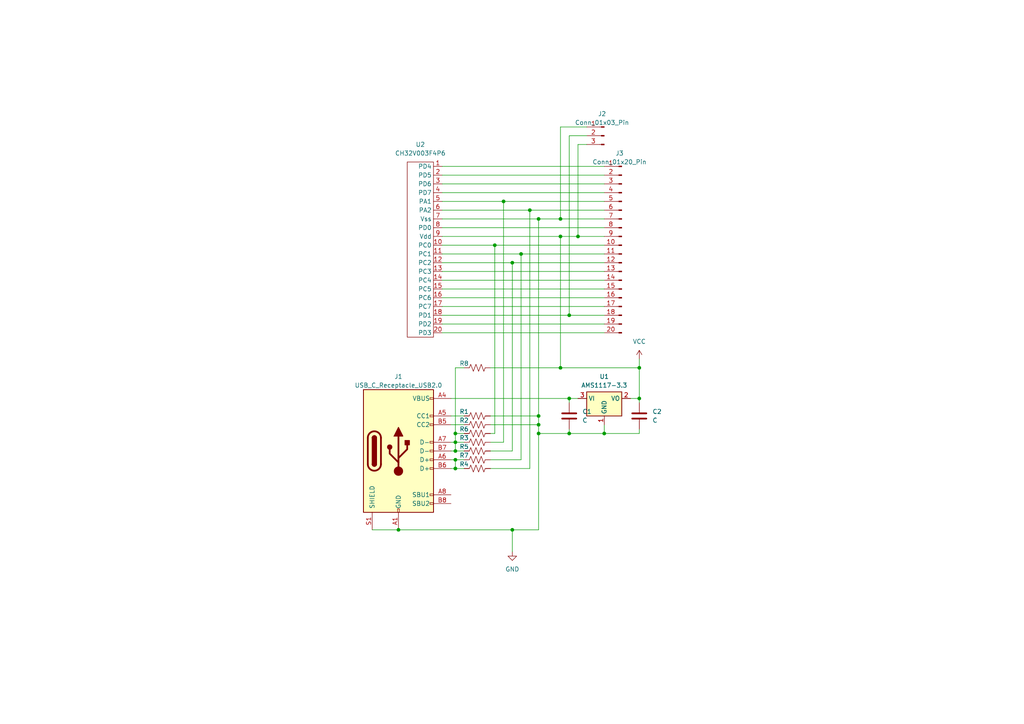
<source format=kicad_sch>
(kicad_sch
	(version 20250114)
	(generator "eeschema")
	(generator_version "9.0")
	(uuid "9b7a82da-0758-41ab-81f5-8a62c3b61b1b")
	(paper "A4")
	(lib_symbols
		(symbol "Connector:Conn_01x03_Pin"
			(pin_names
				(offset 1.016)
				(hide yes)
			)
			(exclude_from_sim no)
			(in_bom yes)
			(on_board yes)
			(property "Reference" "J"
				(at 0 5.08 0)
				(effects
					(font
						(size 1.27 1.27)
					)
				)
			)
			(property "Value" "Conn_01x03_Pin"
				(at 0 -5.08 0)
				(effects
					(font
						(size 1.27 1.27)
					)
				)
			)
			(property "Footprint" ""
				(at 0 0 0)
				(effects
					(font
						(size 1.27 1.27)
					)
					(hide yes)
				)
			)
			(property "Datasheet" "~"
				(at 0 0 0)
				(effects
					(font
						(size 1.27 1.27)
					)
					(hide yes)
				)
			)
			(property "Description" "Generic connector, single row, 01x03, script generated"
				(at 0 0 0)
				(effects
					(font
						(size 1.27 1.27)
					)
					(hide yes)
				)
			)
			(property "ki_locked" ""
				(at 0 0 0)
				(effects
					(font
						(size 1.27 1.27)
					)
				)
			)
			(property "ki_keywords" "connector"
				(at 0 0 0)
				(effects
					(font
						(size 1.27 1.27)
					)
					(hide yes)
				)
			)
			(property "ki_fp_filters" "Connector*:*_1x??_*"
				(at 0 0 0)
				(effects
					(font
						(size 1.27 1.27)
					)
					(hide yes)
				)
			)
			(symbol "Conn_01x03_Pin_1_1"
				(rectangle
					(start 0.8636 2.667)
					(end 0 2.413)
					(stroke
						(width 0.1524)
						(type default)
					)
					(fill
						(type outline)
					)
				)
				(rectangle
					(start 0.8636 0.127)
					(end 0 -0.127)
					(stroke
						(width 0.1524)
						(type default)
					)
					(fill
						(type outline)
					)
				)
				(rectangle
					(start 0.8636 -2.413)
					(end 0 -2.667)
					(stroke
						(width 0.1524)
						(type default)
					)
					(fill
						(type outline)
					)
				)
				(polyline
					(pts
						(xy 1.27 2.54) (xy 0.8636 2.54)
					)
					(stroke
						(width 0.1524)
						(type default)
					)
					(fill
						(type none)
					)
				)
				(polyline
					(pts
						(xy 1.27 0) (xy 0.8636 0)
					)
					(stroke
						(width 0.1524)
						(type default)
					)
					(fill
						(type none)
					)
				)
				(polyline
					(pts
						(xy 1.27 -2.54) (xy 0.8636 -2.54)
					)
					(stroke
						(width 0.1524)
						(type default)
					)
					(fill
						(type none)
					)
				)
				(pin passive line
					(at 5.08 2.54 180)
					(length 3.81)
					(name "Pin_1"
						(effects
							(font
								(size 1.27 1.27)
							)
						)
					)
					(number "1"
						(effects
							(font
								(size 1.27 1.27)
							)
						)
					)
				)
				(pin passive line
					(at 5.08 0 180)
					(length 3.81)
					(name "Pin_2"
						(effects
							(font
								(size 1.27 1.27)
							)
						)
					)
					(number "2"
						(effects
							(font
								(size 1.27 1.27)
							)
						)
					)
				)
				(pin passive line
					(at 5.08 -2.54 180)
					(length 3.81)
					(name "Pin_3"
						(effects
							(font
								(size 1.27 1.27)
							)
						)
					)
					(number "3"
						(effects
							(font
								(size 1.27 1.27)
							)
						)
					)
				)
			)
			(embedded_fonts no)
		)
		(symbol "Connector:Conn_01x20_Pin"
			(pin_names
				(offset 1.016)
				(hide yes)
			)
			(exclude_from_sim no)
			(in_bom yes)
			(on_board yes)
			(property "Reference" "J"
				(at 0 25.4 0)
				(effects
					(font
						(size 1.27 1.27)
					)
				)
			)
			(property "Value" "Conn_01x20_Pin"
				(at 0 -27.94 0)
				(effects
					(font
						(size 1.27 1.27)
					)
				)
			)
			(property "Footprint" ""
				(at 0 0 0)
				(effects
					(font
						(size 1.27 1.27)
					)
					(hide yes)
				)
			)
			(property "Datasheet" "~"
				(at 0 0 0)
				(effects
					(font
						(size 1.27 1.27)
					)
					(hide yes)
				)
			)
			(property "Description" "Generic connector, single row, 01x20, script generated"
				(at 0 0 0)
				(effects
					(font
						(size 1.27 1.27)
					)
					(hide yes)
				)
			)
			(property "ki_locked" ""
				(at 0 0 0)
				(effects
					(font
						(size 1.27 1.27)
					)
				)
			)
			(property "ki_keywords" "connector"
				(at 0 0 0)
				(effects
					(font
						(size 1.27 1.27)
					)
					(hide yes)
				)
			)
			(property "ki_fp_filters" "Connector*:*_1x??_*"
				(at 0 0 0)
				(effects
					(font
						(size 1.27 1.27)
					)
					(hide yes)
				)
			)
			(symbol "Conn_01x20_Pin_1_1"
				(rectangle
					(start 0.8636 22.987)
					(end 0 22.733)
					(stroke
						(width 0.1524)
						(type default)
					)
					(fill
						(type outline)
					)
				)
				(rectangle
					(start 0.8636 20.447)
					(end 0 20.193)
					(stroke
						(width 0.1524)
						(type default)
					)
					(fill
						(type outline)
					)
				)
				(rectangle
					(start 0.8636 17.907)
					(end 0 17.653)
					(stroke
						(width 0.1524)
						(type default)
					)
					(fill
						(type outline)
					)
				)
				(rectangle
					(start 0.8636 15.367)
					(end 0 15.113)
					(stroke
						(width 0.1524)
						(type default)
					)
					(fill
						(type outline)
					)
				)
				(rectangle
					(start 0.8636 12.827)
					(end 0 12.573)
					(stroke
						(width 0.1524)
						(type default)
					)
					(fill
						(type outline)
					)
				)
				(rectangle
					(start 0.8636 10.287)
					(end 0 10.033)
					(stroke
						(width 0.1524)
						(type default)
					)
					(fill
						(type outline)
					)
				)
				(rectangle
					(start 0.8636 7.747)
					(end 0 7.493)
					(stroke
						(width 0.1524)
						(type default)
					)
					(fill
						(type outline)
					)
				)
				(rectangle
					(start 0.8636 5.207)
					(end 0 4.953)
					(stroke
						(width 0.1524)
						(type default)
					)
					(fill
						(type outline)
					)
				)
				(rectangle
					(start 0.8636 2.667)
					(end 0 2.413)
					(stroke
						(width 0.1524)
						(type default)
					)
					(fill
						(type outline)
					)
				)
				(rectangle
					(start 0.8636 0.127)
					(end 0 -0.127)
					(stroke
						(width 0.1524)
						(type default)
					)
					(fill
						(type outline)
					)
				)
				(rectangle
					(start 0.8636 -2.413)
					(end 0 -2.667)
					(stroke
						(width 0.1524)
						(type default)
					)
					(fill
						(type outline)
					)
				)
				(rectangle
					(start 0.8636 -4.953)
					(end 0 -5.207)
					(stroke
						(width 0.1524)
						(type default)
					)
					(fill
						(type outline)
					)
				)
				(rectangle
					(start 0.8636 -7.493)
					(end 0 -7.747)
					(stroke
						(width 0.1524)
						(type default)
					)
					(fill
						(type outline)
					)
				)
				(rectangle
					(start 0.8636 -10.033)
					(end 0 -10.287)
					(stroke
						(width 0.1524)
						(type default)
					)
					(fill
						(type outline)
					)
				)
				(rectangle
					(start 0.8636 -12.573)
					(end 0 -12.827)
					(stroke
						(width 0.1524)
						(type default)
					)
					(fill
						(type outline)
					)
				)
				(rectangle
					(start 0.8636 -15.113)
					(end 0 -15.367)
					(stroke
						(width 0.1524)
						(type default)
					)
					(fill
						(type outline)
					)
				)
				(rectangle
					(start 0.8636 -17.653)
					(end 0 -17.907)
					(stroke
						(width 0.1524)
						(type default)
					)
					(fill
						(type outline)
					)
				)
				(rectangle
					(start 0.8636 -20.193)
					(end 0 -20.447)
					(stroke
						(width 0.1524)
						(type default)
					)
					(fill
						(type outline)
					)
				)
				(rectangle
					(start 0.8636 -22.733)
					(end 0 -22.987)
					(stroke
						(width 0.1524)
						(type default)
					)
					(fill
						(type outline)
					)
				)
				(rectangle
					(start 0.8636 -25.273)
					(end 0 -25.527)
					(stroke
						(width 0.1524)
						(type default)
					)
					(fill
						(type outline)
					)
				)
				(polyline
					(pts
						(xy 1.27 22.86) (xy 0.8636 22.86)
					)
					(stroke
						(width 0.1524)
						(type default)
					)
					(fill
						(type none)
					)
				)
				(polyline
					(pts
						(xy 1.27 20.32) (xy 0.8636 20.32)
					)
					(stroke
						(width 0.1524)
						(type default)
					)
					(fill
						(type none)
					)
				)
				(polyline
					(pts
						(xy 1.27 17.78) (xy 0.8636 17.78)
					)
					(stroke
						(width 0.1524)
						(type default)
					)
					(fill
						(type none)
					)
				)
				(polyline
					(pts
						(xy 1.27 15.24) (xy 0.8636 15.24)
					)
					(stroke
						(width 0.1524)
						(type default)
					)
					(fill
						(type none)
					)
				)
				(polyline
					(pts
						(xy 1.27 12.7) (xy 0.8636 12.7)
					)
					(stroke
						(width 0.1524)
						(type default)
					)
					(fill
						(type none)
					)
				)
				(polyline
					(pts
						(xy 1.27 10.16) (xy 0.8636 10.16)
					)
					(stroke
						(width 0.1524)
						(type default)
					)
					(fill
						(type none)
					)
				)
				(polyline
					(pts
						(xy 1.27 7.62) (xy 0.8636 7.62)
					)
					(stroke
						(width 0.1524)
						(type default)
					)
					(fill
						(type none)
					)
				)
				(polyline
					(pts
						(xy 1.27 5.08) (xy 0.8636 5.08)
					)
					(stroke
						(width 0.1524)
						(type default)
					)
					(fill
						(type none)
					)
				)
				(polyline
					(pts
						(xy 1.27 2.54) (xy 0.8636 2.54)
					)
					(stroke
						(width 0.1524)
						(type default)
					)
					(fill
						(type none)
					)
				)
				(polyline
					(pts
						(xy 1.27 0) (xy 0.8636 0)
					)
					(stroke
						(width 0.1524)
						(type default)
					)
					(fill
						(type none)
					)
				)
				(polyline
					(pts
						(xy 1.27 -2.54) (xy 0.8636 -2.54)
					)
					(stroke
						(width 0.1524)
						(type default)
					)
					(fill
						(type none)
					)
				)
				(polyline
					(pts
						(xy 1.27 -5.08) (xy 0.8636 -5.08)
					)
					(stroke
						(width 0.1524)
						(type default)
					)
					(fill
						(type none)
					)
				)
				(polyline
					(pts
						(xy 1.27 -7.62) (xy 0.8636 -7.62)
					)
					(stroke
						(width 0.1524)
						(type default)
					)
					(fill
						(type none)
					)
				)
				(polyline
					(pts
						(xy 1.27 -10.16) (xy 0.8636 -10.16)
					)
					(stroke
						(width 0.1524)
						(type default)
					)
					(fill
						(type none)
					)
				)
				(polyline
					(pts
						(xy 1.27 -12.7) (xy 0.8636 -12.7)
					)
					(stroke
						(width 0.1524)
						(type default)
					)
					(fill
						(type none)
					)
				)
				(polyline
					(pts
						(xy 1.27 -15.24) (xy 0.8636 -15.24)
					)
					(stroke
						(width 0.1524)
						(type default)
					)
					(fill
						(type none)
					)
				)
				(polyline
					(pts
						(xy 1.27 -17.78) (xy 0.8636 -17.78)
					)
					(stroke
						(width 0.1524)
						(type default)
					)
					(fill
						(type none)
					)
				)
				(polyline
					(pts
						(xy 1.27 -20.32) (xy 0.8636 -20.32)
					)
					(stroke
						(width 0.1524)
						(type default)
					)
					(fill
						(type none)
					)
				)
				(polyline
					(pts
						(xy 1.27 -22.86) (xy 0.8636 -22.86)
					)
					(stroke
						(width 0.1524)
						(type default)
					)
					(fill
						(type none)
					)
				)
				(polyline
					(pts
						(xy 1.27 -25.4) (xy 0.8636 -25.4)
					)
					(stroke
						(width 0.1524)
						(type default)
					)
					(fill
						(type none)
					)
				)
				(pin passive line
					(at 5.08 22.86 180)
					(length 3.81)
					(name "Pin_1"
						(effects
							(font
								(size 1.27 1.27)
							)
						)
					)
					(number "1"
						(effects
							(font
								(size 1.27 1.27)
							)
						)
					)
				)
				(pin passive line
					(at 5.08 20.32 180)
					(length 3.81)
					(name "Pin_2"
						(effects
							(font
								(size 1.27 1.27)
							)
						)
					)
					(number "2"
						(effects
							(font
								(size 1.27 1.27)
							)
						)
					)
				)
				(pin passive line
					(at 5.08 17.78 180)
					(length 3.81)
					(name "Pin_3"
						(effects
							(font
								(size 1.27 1.27)
							)
						)
					)
					(number "3"
						(effects
							(font
								(size 1.27 1.27)
							)
						)
					)
				)
				(pin passive line
					(at 5.08 15.24 180)
					(length 3.81)
					(name "Pin_4"
						(effects
							(font
								(size 1.27 1.27)
							)
						)
					)
					(number "4"
						(effects
							(font
								(size 1.27 1.27)
							)
						)
					)
				)
				(pin passive line
					(at 5.08 12.7 180)
					(length 3.81)
					(name "Pin_5"
						(effects
							(font
								(size 1.27 1.27)
							)
						)
					)
					(number "5"
						(effects
							(font
								(size 1.27 1.27)
							)
						)
					)
				)
				(pin passive line
					(at 5.08 10.16 180)
					(length 3.81)
					(name "Pin_6"
						(effects
							(font
								(size 1.27 1.27)
							)
						)
					)
					(number "6"
						(effects
							(font
								(size 1.27 1.27)
							)
						)
					)
				)
				(pin passive line
					(at 5.08 7.62 180)
					(length 3.81)
					(name "Pin_7"
						(effects
							(font
								(size 1.27 1.27)
							)
						)
					)
					(number "7"
						(effects
							(font
								(size 1.27 1.27)
							)
						)
					)
				)
				(pin passive line
					(at 5.08 5.08 180)
					(length 3.81)
					(name "Pin_8"
						(effects
							(font
								(size 1.27 1.27)
							)
						)
					)
					(number "8"
						(effects
							(font
								(size 1.27 1.27)
							)
						)
					)
				)
				(pin passive line
					(at 5.08 2.54 180)
					(length 3.81)
					(name "Pin_9"
						(effects
							(font
								(size 1.27 1.27)
							)
						)
					)
					(number "9"
						(effects
							(font
								(size 1.27 1.27)
							)
						)
					)
				)
				(pin passive line
					(at 5.08 0 180)
					(length 3.81)
					(name "Pin_10"
						(effects
							(font
								(size 1.27 1.27)
							)
						)
					)
					(number "10"
						(effects
							(font
								(size 1.27 1.27)
							)
						)
					)
				)
				(pin passive line
					(at 5.08 -2.54 180)
					(length 3.81)
					(name "Pin_11"
						(effects
							(font
								(size 1.27 1.27)
							)
						)
					)
					(number "11"
						(effects
							(font
								(size 1.27 1.27)
							)
						)
					)
				)
				(pin passive line
					(at 5.08 -5.08 180)
					(length 3.81)
					(name "Pin_12"
						(effects
							(font
								(size 1.27 1.27)
							)
						)
					)
					(number "12"
						(effects
							(font
								(size 1.27 1.27)
							)
						)
					)
				)
				(pin passive line
					(at 5.08 -7.62 180)
					(length 3.81)
					(name "Pin_13"
						(effects
							(font
								(size 1.27 1.27)
							)
						)
					)
					(number "13"
						(effects
							(font
								(size 1.27 1.27)
							)
						)
					)
				)
				(pin passive line
					(at 5.08 -10.16 180)
					(length 3.81)
					(name "Pin_14"
						(effects
							(font
								(size 1.27 1.27)
							)
						)
					)
					(number "14"
						(effects
							(font
								(size 1.27 1.27)
							)
						)
					)
				)
				(pin passive line
					(at 5.08 -12.7 180)
					(length 3.81)
					(name "Pin_15"
						(effects
							(font
								(size 1.27 1.27)
							)
						)
					)
					(number "15"
						(effects
							(font
								(size 1.27 1.27)
							)
						)
					)
				)
				(pin passive line
					(at 5.08 -15.24 180)
					(length 3.81)
					(name "Pin_16"
						(effects
							(font
								(size 1.27 1.27)
							)
						)
					)
					(number "16"
						(effects
							(font
								(size 1.27 1.27)
							)
						)
					)
				)
				(pin passive line
					(at 5.08 -17.78 180)
					(length 3.81)
					(name "Pin_17"
						(effects
							(font
								(size 1.27 1.27)
							)
						)
					)
					(number "17"
						(effects
							(font
								(size 1.27 1.27)
							)
						)
					)
				)
				(pin passive line
					(at 5.08 -20.32 180)
					(length 3.81)
					(name "Pin_18"
						(effects
							(font
								(size 1.27 1.27)
							)
						)
					)
					(number "18"
						(effects
							(font
								(size 1.27 1.27)
							)
						)
					)
				)
				(pin passive line
					(at 5.08 -22.86 180)
					(length 3.81)
					(name "Pin_19"
						(effects
							(font
								(size 1.27 1.27)
							)
						)
					)
					(number "19"
						(effects
							(font
								(size 1.27 1.27)
							)
						)
					)
				)
				(pin passive line
					(at 5.08 -25.4 180)
					(length 3.81)
					(name "Pin_20"
						(effects
							(font
								(size 1.27 1.27)
							)
						)
					)
					(number "20"
						(effects
							(font
								(size 1.27 1.27)
							)
						)
					)
				)
			)
			(embedded_fonts no)
		)
		(symbol "Connector:USB_C_Receptacle_USB2.0"
			(pin_names
				(offset 1.016)
			)
			(exclude_from_sim no)
			(in_bom yes)
			(on_board yes)
			(property "Reference" "J"
				(at -10.16 19.05 0)
				(effects
					(font
						(size 1.27 1.27)
					)
					(justify left)
				)
			)
			(property "Value" "USB_C_Receptacle_USB2.0"
				(at 19.05 19.05 0)
				(effects
					(font
						(size 1.27 1.27)
					)
					(justify right)
				)
			)
			(property "Footprint" ""
				(at 3.81 0 0)
				(effects
					(font
						(size 1.27 1.27)
					)
					(hide yes)
				)
			)
			(property "Datasheet" "https://www.usb.org/sites/default/files/documents/usb_type-c.zip"
				(at 3.81 0 0)
				(effects
					(font
						(size 1.27 1.27)
					)
					(hide yes)
				)
			)
			(property "Description" "USB 2.0-only Type-C Receptacle connector"
				(at 0 0 0)
				(effects
					(font
						(size 1.27 1.27)
					)
					(hide yes)
				)
			)
			(property "ki_keywords" "usb universal serial bus type-C USB2.0"
				(at 0 0 0)
				(effects
					(font
						(size 1.27 1.27)
					)
					(hide yes)
				)
			)
			(property "ki_fp_filters" "USB*C*Receptacle*"
				(at 0 0 0)
				(effects
					(font
						(size 1.27 1.27)
					)
					(hide yes)
				)
			)
			(symbol "USB_C_Receptacle_USB2.0_0_0"
				(rectangle
					(start -0.254 -17.78)
					(end 0.254 -16.764)
					(stroke
						(width 0)
						(type default)
					)
					(fill
						(type none)
					)
				)
				(rectangle
					(start 10.16 15.494)
					(end 9.144 14.986)
					(stroke
						(width 0)
						(type default)
					)
					(fill
						(type none)
					)
				)
				(rectangle
					(start 10.16 10.414)
					(end 9.144 9.906)
					(stroke
						(width 0)
						(type default)
					)
					(fill
						(type none)
					)
				)
				(rectangle
					(start 10.16 7.874)
					(end 9.144 7.366)
					(stroke
						(width 0)
						(type default)
					)
					(fill
						(type none)
					)
				)
				(rectangle
					(start 10.16 2.794)
					(end 9.144 2.286)
					(stroke
						(width 0)
						(type default)
					)
					(fill
						(type none)
					)
				)
				(rectangle
					(start 10.16 0.254)
					(end 9.144 -0.254)
					(stroke
						(width 0)
						(type default)
					)
					(fill
						(type none)
					)
				)
				(rectangle
					(start 10.16 -2.286)
					(end 9.144 -2.794)
					(stroke
						(width 0)
						(type default)
					)
					(fill
						(type none)
					)
				)
				(rectangle
					(start 10.16 -4.826)
					(end 9.144 -5.334)
					(stroke
						(width 0)
						(type default)
					)
					(fill
						(type none)
					)
				)
				(rectangle
					(start 10.16 -12.446)
					(end 9.144 -12.954)
					(stroke
						(width 0)
						(type default)
					)
					(fill
						(type none)
					)
				)
				(rectangle
					(start 10.16 -14.986)
					(end 9.144 -15.494)
					(stroke
						(width 0)
						(type default)
					)
					(fill
						(type none)
					)
				)
			)
			(symbol "USB_C_Receptacle_USB2.0_0_1"
				(rectangle
					(start -10.16 17.78)
					(end 10.16 -17.78)
					(stroke
						(width 0.254)
						(type default)
					)
					(fill
						(type background)
					)
				)
				(polyline
					(pts
						(xy -8.89 -3.81) (xy -8.89 3.81)
					)
					(stroke
						(width 0.508)
						(type default)
					)
					(fill
						(type none)
					)
				)
				(rectangle
					(start -7.62 -3.81)
					(end -6.35 3.81)
					(stroke
						(width 0.254)
						(type default)
					)
					(fill
						(type outline)
					)
				)
				(arc
					(start -7.62 3.81)
					(mid -6.985 4.4423)
					(end -6.35 3.81)
					(stroke
						(width 0.254)
						(type default)
					)
					(fill
						(type none)
					)
				)
				(arc
					(start -7.62 3.81)
					(mid -6.985 4.4423)
					(end -6.35 3.81)
					(stroke
						(width 0.254)
						(type default)
					)
					(fill
						(type outline)
					)
				)
				(arc
					(start -8.89 3.81)
					(mid -6.985 5.7067)
					(end -5.08 3.81)
					(stroke
						(width 0.508)
						(type default)
					)
					(fill
						(type none)
					)
				)
				(arc
					(start -5.08 -3.81)
					(mid -6.985 -5.7067)
					(end -8.89 -3.81)
					(stroke
						(width 0.508)
						(type default)
					)
					(fill
						(type none)
					)
				)
				(arc
					(start -6.35 -3.81)
					(mid -6.985 -4.4423)
					(end -7.62 -3.81)
					(stroke
						(width 0.254)
						(type default)
					)
					(fill
						(type none)
					)
				)
				(arc
					(start -6.35 -3.81)
					(mid -6.985 -4.4423)
					(end -7.62 -3.81)
					(stroke
						(width 0.254)
						(type default)
					)
					(fill
						(type outline)
					)
				)
				(polyline
					(pts
						(xy -5.08 3.81) (xy -5.08 -3.81)
					)
					(stroke
						(width 0.508)
						(type default)
					)
					(fill
						(type none)
					)
				)
				(circle
					(center -2.54 1.143)
					(radius 0.635)
					(stroke
						(width 0.254)
						(type default)
					)
					(fill
						(type outline)
					)
				)
				(polyline
					(pts
						(xy -1.27 4.318) (xy 0 6.858) (xy 1.27 4.318) (xy -1.27 4.318)
					)
					(stroke
						(width 0.254)
						(type default)
					)
					(fill
						(type outline)
					)
				)
				(polyline
					(pts
						(xy 0 -2.032) (xy 2.54 0.508) (xy 2.54 1.778)
					)
					(stroke
						(width 0.508)
						(type default)
					)
					(fill
						(type none)
					)
				)
				(polyline
					(pts
						(xy 0 -3.302) (xy -2.54 -0.762) (xy -2.54 0.508)
					)
					(stroke
						(width 0.508)
						(type default)
					)
					(fill
						(type none)
					)
				)
				(polyline
					(pts
						(xy 0 -5.842) (xy 0 4.318)
					)
					(stroke
						(width 0.508)
						(type default)
					)
					(fill
						(type none)
					)
				)
				(circle
					(center 0 -5.842)
					(radius 1.27)
					(stroke
						(width 0)
						(type default)
					)
					(fill
						(type outline)
					)
				)
				(rectangle
					(start 1.905 1.778)
					(end 3.175 3.048)
					(stroke
						(width 0.254)
						(type default)
					)
					(fill
						(type outline)
					)
				)
			)
			(symbol "USB_C_Receptacle_USB2.0_1_1"
				(pin passive line
					(at -7.62 -22.86 90)
					(length 5.08)
					(name "SHIELD"
						(effects
							(font
								(size 1.27 1.27)
							)
						)
					)
					(number "S1"
						(effects
							(font
								(size 1.27 1.27)
							)
						)
					)
				)
				(pin passive line
					(at 0 -22.86 90)
					(length 5.08)
					(name "GND"
						(effects
							(font
								(size 1.27 1.27)
							)
						)
					)
					(number "A1"
						(effects
							(font
								(size 1.27 1.27)
							)
						)
					)
				)
				(pin passive line
					(at 0 -22.86 90)
					(length 5.08)
					(hide yes)
					(name "GND"
						(effects
							(font
								(size 1.27 1.27)
							)
						)
					)
					(number "A12"
						(effects
							(font
								(size 1.27 1.27)
							)
						)
					)
				)
				(pin passive line
					(at 0 -22.86 90)
					(length 5.08)
					(hide yes)
					(name "GND"
						(effects
							(font
								(size 1.27 1.27)
							)
						)
					)
					(number "B1"
						(effects
							(font
								(size 1.27 1.27)
							)
						)
					)
				)
				(pin passive line
					(at 0 -22.86 90)
					(length 5.08)
					(hide yes)
					(name "GND"
						(effects
							(font
								(size 1.27 1.27)
							)
						)
					)
					(number "B12"
						(effects
							(font
								(size 1.27 1.27)
							)
						)
					)
				)
				(pin passive line
					(at 15.24 15.24 180)
					(length 5.08)
					(name "VBUS"
						(effects
							(font
								(size 1.27 1.27)
							)
						)
					)
					(number "A4"
						(effects
							(font
								(size 1.27 1.27)
							)
						)
					)
				)
				(pin passive line
					(at 15.24 15.24 180)
					(length 5.08)
					(hide yes)
					(name "VBUS"
						(effects
							(font
								(size 1.27 1.27)
							)
						)
					)
					(number "A9"
						(effects
							(font
								(size 1.27 1.27)
							)
						)
					)
				)
				(pin passive line
					(at 15.24 15.24 180)
					(length 5.08)
					(hide yes)
					(name "VBUS"
						(effects
							(font
								(size 1.27 1.27)
							)
						)
					)
					(number "B4"
						(effects
							(font
								(size 1.27 1.27)
							)
						)
					)
				)
				(pin passive line
					(at 15.24 15.24 180)
					(length 5.08)
					(hide yes)
					(name "VBUS"
						(effects
							(font
								(size 1.27 1.27)
							)
						)
					)
					(number "B9"
						(effects
							(font
								(size 1.27 1.27)
							)
						)
					)
				)
				(pin bidirectional line
					(at 15.24 10.16 180)
					(length 5.08)
					(name "CC1"
						(effects
							(font
								(size 1.27 1.27)
							)
						)
					)
					(number "A5"
						(effects
							(font
								(size 1.27 1.27)
							)
						)
					)
				)
				(pin bidirectional line
					(at 15.24 7.62 180)
					(length 5.08)
					(name "CC2"
						(effects
							(font
								(size 1.27 1.27)
							)
						)
					)
					(number "B5"
						(effects
							(font
								(size 1.27 1.27)
							)
						)
					)
				)
				(pin bidirectional line
					(at 15.24 2.54 180)
					(length 5.08)
					(name "D-"
						(effects
							(font
								(size 1.27 1.27)
							)
						)
					)
					(number "A7"
						(effects
							(font
								(size 1.27 1.27)
							)
						)
					)
				)
				(pin bidirectional line
					(at 15.24 0 180)
					(length 5.08)
					(name "D-"
						(effects
							(font
								(size 1.27 1.27)
							)
						)
					)
					(number "B7"
						(effects
							(font
								(size 1.27 1.27)
							)
						)
					)
				)
				(pin bidirectional line
					(at 15.24 -2.54 180)
					(length 5.08)
					(name "D+"
						(effects
							(font
								(size 1.27 1.27)
							)
						)
					)
					(number "A6"
						(effects
							(font
								(size 1.27 1.27)
							)
						)
					)
				)
				(pin bidirectional line
					(at 15.24 -5.08 180)
					(length 5.08)
					(name "D+"
						(effects
							(font
								(size 1.27 1.27)
							)
						)
					)
					(number "B6"
						(effects
							(font
								(size 1.27 1.27)
							)
						)
					)
				)
				(pin bidirectional line
					(at 15.24 -12.7 180)
					(length 5.08)
					(name "SBU1"
						(effects
							(font
								(size 1.27 1.27)
							)
						)
					)
					(number "A8"
						(effects
							(font
								(size 1.27 1.27)
							)
						)
					)
				)
				(pin bidirectional line
					(at 15.24 -15.24 180)
					(length 5.08)
					(name "SBU2"
						(effects
							(font
								(size 1.27 1.27)
							)
						)
					)
					(number "B8"
						(effects
							(font
								(size 1.27 1.27)
							)
						)
					)
				)
			)
			(embedded_fonts no)
		)
		(symbol "Device:C"
			(pin_numbers
				(hide yes)
			)
			(pin_names
				(offset 0.254)
			)
			(exclude_from_sim no)
			(in_bom yes)
			(on_board yes)
			(property "Reference" "C"
				(at 0.635 2.54 0)
				(effects
					(font
						(size 1.27 1.27)
					)
					(justify left)
				)
			)
			(property "Value" "C"
				(at 0.635 -2.54 0)
				(effects
					(font
						(size 1.27 1.27)
					)
					(justify left)
				)
			)
			(property "Footprint" ""
				(at 0.9652 -3.81 0)
				(effects
					(font
						(size 1.27 1.27)
					)
					(hide yes)
				)
			)
			(property "Datasheet" "~"
				(at 0 0 0)
				(effects
					(font
						(size 1.27 1.27)
					)
					(hide yes)
				)
			)
			(property "Description" "Unpolarized capacitor"
				(at 0 0 0)
				(effects
					(font
						(size 1.27 1.27)
					)
					(hide yes)
				)
			)
			(property "ki_keywords" "cap capacitor"
				(at 0 0 0)
				(effects
					(font
						(size 1.27 1.27)
					)
					(hide yes)
				)
			)
			(property "ki_fp_filters" "C_*"
				(at 0 0 0)
				(effects
					(font
						(size 1.27 1.27)
					)
					(hide yes)
				)
			)
			(symbol "C_0_1"
				(polyline
					(pts
						(xy -2.032 0.762) (xy 2.032 0.762)
					)
					(stroke
						(width 0.508)
						(type default)
					)
					(fill
						(type none)
					)
				)
				(polyline
					(pts
						(xy -2.032 -0.762) (xy 2.032 -0.762)
					)
					(stroke
						(width 0.508)
						(type default)
					)
					(fill
						(type none)
					)
				)
			)
			(symbol "C_1_1"
				(pin passive line
					(at 0 3.81 270)
					(length 2.794)
					(name "~"
						(effects
							(font
								(size 1.27 1.27)
							)
						)
					)
					(number "1"
						(effects
							(font
								(size 1.27 1.27)
							)
						)
					)
				)
				(pin passive line
					(at 0 -3.81 90)
					(length 2.794)
					(name "~"
						(effects
							(font
								(size 1.27 1.27)
							)
						)
					)
					(number "2"
						(effects
							(font
								(size 1.27 1.27)
							)
						)
					)
				)
			)
			(embedded_fonts no)
		)
		(symbol "Device:R_US"
			(pin_numbers
				(hide yes)
			)
			(pin_names
				(offset 0)
			)
			(exclude_from_sim no)
			(in_bom yes)
			(on_board yes)
			(property "Reference" "R"
				(at 2.54 0 90)
				(effects
					(font
						(size 1.27 1.27)
					)
				)
			)
			(property "Value" "R_US"
				(at -2.54 0 90)
				(effects
					(font
						(size 1.27 1.27)
					)
				)
			)
			(property "Footprint" ""
				(at 1.016 -0.254 90)
				(effects
					(font
						(size 1.27 1.27)
					)
					(hide yes)
				)
			)
			(property "Datasheet" "~"
				(at 0 0 0)
				(effects
					(font
						(size 1.27 1.27)
					)
					(hide yes)
				)
			)
			(property "Description" "Resistor, US symbol"
				(at 0 0 0)
				(effects
					(font
						(size 1.27 1.27)
					)
					(hide yes)
				)
			)
			(property "ki_keywords" "R res resistor"
				(at 0 0 0)
				(effects
					(font
						(size 1.27 1.27)
					)
					(hide yes)
				)
			)
			(property "ki_fp_filters" "R_*"
				(at 0 0 0)
				(effects
					(font
						(size 1.27 1.27)
					)
					(hide yes)
				)
			)
			(symbol "R_US_0_1"
				(polyline
					(pts
						(xy 0 2.286) (xy 0 2.54)
					)
					(stroke
						(width 0)
						(type default)
					)
					(fill
						(type none)
					)
				)
				(polyline
					(pts
						(xy 0 2.286) (xy 1.016 1.905) (xy 0 1.524) (xy -1.016 1.143) (xy 0 0.762)
					)
					(stroke
						(width 0)
						(type default)
					)
					(fill
						(type none)
					)
				)
				(polyline
					(pts
						(xy 0 0.762) (xy 1.016 0.381) (xy 0 0) (xy -1.016 -0.381) (xy 0 -0.762)
					)
					(stroke
						(width 0)
						(type default)
					)
					(fill
						(type none)
					)
				)
				(polyline
					(pts
						(xy 0 -0.762) (xy 1.016 -1.143) (xy 0 -1.524) (xy -1.016 -1.905) (xy 0 -2.286)
					)
					(stroke
						(width 0)
						(type default)
					)
					(fill
						(type none)
					)
				)
				(polyline
					(pts
						(xy 0 -2.286) (xy 0 -2.54)
					)
					(stroke
						(width 0)
						(type default)
					)
					(fill
						(type none)
					)
				)
			)
			(symbol "R_US_1_1"
				(pin passive line
					(at 0 3.81 270)
					(length 1.27)
					(name "~"
						(effects
							(font
								(size 1.27 1.27)
							)
						)
					)
					(number "1"
						(effects
							(font
								(size 1.27 1.27)
							)
						)
					)
				)
				(pin passive line
					(at 0 -3.81 90)
					(length 1.27)
					(name "~"
						(effects
							(font
								(size 1.27 1.27)
							)
						)
					)
					(number "2"
						(effects
							(font
								(size 1.27 1.27)
							)
						)
					)
				)
			)
			(embedded_fonts no)
		)
		(symbol "Regulator_Linear:AMS1117-3.3"
			(exclude_from_sim no)
			(in_bom yes)
			(on_board yes)
			(property "Reference" "U"
				(at -3.81 3.175 0)
				(effects
					(font
						(size 1.27 1.27)
					)
				)
			)
			(property "Value" "AMS1117-3.3"
				(at 0 3.175 0)
				(effects
					(font
						(size 1.27 1.27)
					)
					(justify left)
				)
			)
			(property "Footprint" "Package_TO_SOT_SMD:SOT-223-3_TabPin2"
				(at 0 5.08 0)
				(effects
					(font
						(size 1.27 1.27)
					)
					(hide yes)
				)
			)
			(property "Datasheet" "http://www.advanced-monolithic.com/pdf/ds1117.pdf"
				(at 2.54 -6.35 0)
				(effects
					(font
						(size 1.27 1.27)
					)
					(hide yes)
				)
			)
			(property "Description" "1A Low Dropout regulator, positive, 3.3V fixed output, SOT-223"
				(at 0 0 0)
				(effects
					(font
						(size 1.27 1.27)
					)
					(hide yes)
				)
			)
			(property "ki_keywords" "linear regulator ldo fixed positive"
				(at 0 0 0)
				(effects
					(font
						(size 1.27 1.27)
					)
					(hide yes)
				)
			)
			(property "ki_fp_filters" "SOT?223*TabPin2*"
				(at 0 0 0)
				(effects
					(font
						(size 1.27 1.27)
					)
					(hide yes)
				)
			)
			(symbol "AMS1117-3.3_0_1"
				(rectangle
					(start -5.08 -5.08)
					(end 5.08 1.905)
					(stroke
						(width 0.254)
						(type default)
					)
					(fill
						(type background)
					)
				)
			)
			(symbol "AMS1117-3.3_1_1"
				(pin power_in line
					(at -7.62 0 0)
					(length 2.54)
					(name "VI"
						(effects
							(font
								(size 1.27 1.27)
							)
						)
					)
					(number "3"
						(effects
							(font
								(size 1.27 1.27)
							)
						)
					)
				)
				(pin power_in line
					(at 0 -7.62 90)
					(length 2.54)
					(name "GND"
						(effects
							(font
								(size 1.27 1.27)
							)
						)
					)
					(number "1"
						(effects
							(font
								(size 1.27 1.27)
							)
						)
					)
				)
				(pin power_out line
					(at 7.62 0 180)
					(length 2.54)
					(name "VO"
						(effects
							(font
								(size 1.27 1.27)
							)
						)
					)
					(number "2"
						(effects
							(font
								(size 1.27 1.27)
							)
						)
					)
				)
			)
			(embedded_fonts no)
		)
		(symbol "WCH_Library:CH32V003F4P6"
			(exclude_from_sim no)
			(in_bom yes)
			(on_board yes)
			(property "Reference" "U"
				(at 0 3.81 0)
				(effects
					(font
						(size 1.27 1.27)
					)
				)
			)
			(property "Value" "CH32V003F4P6"
				(at -3.81 -27.94 90)
				(effects
					(font
						(size 1.27 1.27)
					)
				)
			)
			(property "Footprint" ""
				(at 0 3.81 0)
				(effects
					(font
						(size 1.27 1.27)
					)
					(hide yes)
				)
			)
			(property "Datasheet" ""
				(at 0 3.81 0)
				(effects
					(font
						(size 1.27 1.27)
					)
					(hide yes)
				)
			)
			(property "Description" ""
				(at 0 0 0)
				(effects
					(font
						(size 1.27 1.27)
					)
					(hide yes)
				)
			)
			(symbol "CH32V003F4P6_0_1"
				(rectangle
					(start -5.08 -1.27)
					(end 2.54 -52.07)
					(stroke
						(width 0)
						(type default)
					)
					(fill
						(type none)
					)
				)
			)
			(symbol "CH32V003F4P6_1_1"
				(pin bidirectional line
					(at 5.08 -2.54 180)
					(length 2.54)
					(name "PD4"
						(effects
							(font
								(size 1.27 1.27)
							)
						)
					)
					(number "1"
						(effects
							(font
								(size 1.27 1.27)
							)
						)
					)
				)
				(pin bidirectional line
					(at 5.08 -5.08 180)
					(length 2.54)
					(name "PD5"
						(effects
							(font
								(size 1.27 1.27)
							)
						)
					)
					(number "2"
						(effects
							(font
								(size 1.27 1.27)
							)
						)
					)
				)
				(pin bidirectional line
					(at 5.08 -7.62 180)
					(length 2.54)
					(name "PD6"
						(effects
							(font
								(size 1.27 1.27)
							)
						)
					)
					(number "3"
						(effects
							(font
								(size 1.27 1.27)
							)
						)
					)
				)
				(pin bidirectional line
					(at 5.08 -10.16 180)
					(length 2.54)
					(name "PD7"
						(effects
							(font
								(size 1.27 1.27)
							)
						)
					)
					(number "4"
						(effects
							(font
								(size 1.27 1.27)
							)
						)
					)
				)
				(pin bidirectional line
					(at 5.08 -12.7 180)
					(length 2.54)
					(name "PA1"
						(effects
							(font
								(size 1.27 1.27)
							)
						)
					)
					(number "5"
						(effects
							(font
								(size 1.27 1.27)
							)
						)
					)
				)
				(pin bidirectional line
					(at 5.08 -15.24 180)
					(length 2.54)
					(name "PA2"
						(effects
							(font
								(size 1.27 1.27)
							)
						)
					)
					(number "6"
						(effects
							(font
								(size 1.27 1.27)
							)
						)
					)
				)
				(pin power_in line
					(at 5.08 -17.78 180)
					(length 2.54)
					(name "Vss"
						(effects
							(font
								(size 1.27 1.27)
							)
						)
					)
					(number "7"
						(effects
							(font
								(size 1.27 1.27)
							)
						)
					)
				)
				(pin bidirectional line
					(at 5.08 -20.32 180)
					(length 2.54)
					(name "PD0"
						(effects
							(font
								(size 1.27 1.27)
							)
						)
					)
					(number "8"
						(effects
							(font
								(size 1.27 1.27)
							)
						)
					)
				)
				(pin power_in line
					(at 5.08 -22.86 180)
					(length 2.54)
					(name "Vdd"
						(effects
							(font
								(size 1.27 1.27)
							)
						)
					)
					(number "9"
						(effects
							(font
								(size 1.27 1.27)
							)
						)
					)
				)
				(pin bidirectional line
					(at 5.08 -25.4 180)
					(length 2.54)
					(name "PC0"
						(effects
							(font
								(size 1.27 1.27)
							)
						)
					)
					(number "10"
						(effects
							(font
								(size 1.27 1.27)
							)
						)
					)
				)
				(pin bidirectional line
					(at 5.08 -27.94 180)
					(length 2.54)
					(name "PC1"
						(effects
							(font
								(size 1.27 1.27)
							)
						)
					)
					(number "11"
						(effects
							(font
								(size 1.27 1.27)
							)
						)
					)
				)
				(pin bidirectional line
					(at 5.08 -30.48 180)
					(length 2.54)
					(name "PC2"
						(effects
							(font
								(size 1.27 1.27)
							)
						)
					)
					(number "12"
						(effects
							(font
								(size 1.27 1.27)
							)
						)
					)
				)
				(pin bidirectional line
					(at 5.08 -33.02 180)
					(length 2.54)
					(name "PC3"
						(effects
							(font
								(size 1.27 1.27)
							)
						)
					)
					(number "13"
						(effects
							(font
								(size 1.27 1.27)
							)
						)
					)
				)
				(pin bidirectional line
					(at 5.08 -35.56 180)
					(length 2.54)
					(name "PC4"
						(effects
							(font
								(size 1.27 1.27)
							)
						)
					)
					(number "14"
						(effects
							(font
								(size 1.27 1.27)
							)
						)
					)
				)
				(pin bidirectional line
					(at 5.08 -38.1 180)
					(length 2.54)
					(name "PC5"
						(effects
							(font
								(size 1.27 1.27)
							)
						)
					)
					(number "15"
						(effects
							(font
								(size 1.27 1.27)
							)
						)
					)
				)
				(pin bidirectional line
					(at 5.08 -40.64 180)
					(length 2.54)
					(name "PC6"
						(effects
							(font
								(size 1.27 1.27)
							)
						)
					)
					(number "16"
						(effects
							(font
								(size 1.27 1.27)
							)
						)
					)
				)
				(pin bidirectional line
					(at 5.08 -43.18 180)
					(length 2.54)
					(name "PC7"
						(effects
							(font
								(size 1.27 1.27)
							)
						)
					)
					(number "17"
						(effects
							(font
								(size 1.27 1.27)
							)
						)
					)
				)
				(pin bidirectional line
					(at 5.08 -45.72 180)
					(length 2.54)
					(name "PD1"
						(effects
							(font
								(size 1.27 1.27)
							)
						)
					)
					(number "18"
						(effects
							(font
								(size 1.27 1.27)
							)
						)
					)
				)
				(pin bidirectional line
					(at 5.08 -48.26 180)
					(length 2.54)
					(name "PD2"
						(effects
							(font
								(size 1.27 1.27)
							)
						)
					)
					(number "19"
						(effects
							(font
								(size 1.27 1.27)
							)
						)
					)
				)
				(pin bidirectional line
					(at 5.08 -50.8 180)
					(length 2.54)
					(name "PD3"
						(effects
							(font
								(size 1.27 1.27)
							)
						)
					)
					(number "20"
						(effects
							(font
								(size 1.27 1.27)
							)
						)
					)
				)
			)
			(embedded_fonts no)
		)
		(symbol "power:GND"
			(power)
			(pin_numbers
				(hide yes)
			)
			(pin_names
				(offset 0)
				(hide yes)
			)
			(exclude_from_sim no)
			(in_bom yes)
			(on_board yes)
			(property "Reference" "#PWR"
				(at 0 -6.35 0)
				(effects
					(font
						(size 1.27 1.27)
					)
					(hide yes)
				)
			)
			(property "Value" "GND"
				(at 0 -3.81 0)
				(effects
					(font
						(size 1.27 1.27)
					)
				)
			)
			(property "Footprint" ""
				(at 0 0 0)
				(effects
					(font
						(size 1.27 1.27)
					)
					(hide yes)
				)
			)
			(property "Datasheet" ""
				(at 0 0 0)
				(effects
					(font
						(size 1.27 1.27)
					)
					(hide yes)
				)
			)
			(property "Description" "Power symbol creates a global label with name \"GND\" , ground"
				(at 0 0 0)
				(effects
					(font
						(size 1.27 1.27)
					)
					(hide yes)
				)
			)
			(property "ki_keywords" "global power"
				(at 0 0 0)
				(effects
					(font
						(size 1.27 1.27)
					)
					(hide yes)
				)
			)
			(symbol "GND_0_1"
				(polyline
					(pts
						(xy 0 0) (xy 0 -1.27) (xy 1.27 -1.27) (xy 0 -2.54) (xy -1.27 -1.27) (xy 0 -1.27)
					)
					(stroke
						(width 0)
						(type default)
					)
					(fill
						(type none)
					)
				)
			)
			(symbol "GND_1_1"
				(pin power_in line
					(at 0 0 270)
					(length 0)
					(name "~"
						(effects
							(font
								(size 1.27 1.27)
							)
						)
					)
					(number "1"
						(effects
							(font
								(size 1.27 1.27)
							)
						)
					)
				)
			)
			(embedded_fonts no)
		)
		(symbol "power:VCC"
			(power)
			(pin_numbers
				(hide yes)
			)
			(pin_names
				(offset 0)
				(hide yes)
			)
			(exclude_from_sim no)
			(in_bom yes)
			(on_board yes)
			(property "Reference" "#PWR"
				(at 0 -3.81 0)
				(effects
					(font
						(size 1.27 1.27)
					)
					(hide yes)
				)
			)
			(property "Value" "VCC"
				(at 0 3.556 0)
				(effects
					(font
						(size 1.27 1.27)
					)
				)
			)
			(property "Footprint" ""
				(at 0 0 0)
				(effects
					(font
						(size 1.27 1.27)
					)
					(hide yes)
				)
			)
			(property "Datasheet" ""
				(at 0 0 0)
				(effects
					(font
						(size 1.27 1.27)
					)
					(hide yes)
				)
			)
			(property "Description" "Power symbol creates a global label with name \"VCC\""
				(at 0 0 0)
				(effects
					(font
						(size 1.27 1.27)
					)
					(hide yes)
				)
			)
			(property "ki_keywords" "global power"
				(at 0 0 0)
				(effects
					(font
						(size 1.27 1.27)
					)
					(hide yes)
				)
			)
			(symbol "VCC_0_1"
				(polyline
					(pts
						(xy -0.762 1.27) (xy 0 2.54)
					)
					(stroke
						(width 0)
						(type default)
					)
					(fill
						(type none)
					)
				)
				(polyline
					(pts
						(xy 0 2.54) (xy 0.762 1.27)
					)
					(stroke
						(width 0)
						(type default)
					)
					(fill
						(type none)
					)
				)
				(polyline
					(pts
						(xy 0 0) (xy 0 2.54)
					)
					(stroke
						(width 0)
						(type default)
					)
					(fill
						(type none)
					)
				)
			)
			(symbol "VCC_1_1"
				(pin power_in line
					(at 0 0 90)
					(length 0)
					(name "~"
						(effects
							(font
								(size 1.27 1.27)
							)
						)
					)
					(number "1"
						(effects
							(font
								(size 1.27 1.27)
							)
						)
					)
				)
			)
			(embedded_fonts no)
		)
	)
	(junction
		(at 148.59 76.2)
		(diameter 0)
		(color 0 0 0 0)
		(uuid "0710470d-54e0-4b3f-b446-07f28c586bf6")
	)
	(junction
		(at 151.13 73.66)
		(diameter 0)
		(color 0 0 0 0)
		(uuid "22b39fde-488c-495e-9c8b-d3034892d56c")
	)
	(junction
		(at 156.21 63.5)
		(diameter 0)
		(color 0 0 0 0)
		(uuid "298a0d1c-0b0b-4f01-9161-6cbe674d132a")
	)
	(junction
		(at 143.51 71.12)
		(diameter 0)
		(color 0 0 0 0)
		(uuid "3435def2-a8f5-442c-9646-c8277ec3e9b7")
	)
	(junction
		(at 132.08 130.81)
		(diameter 0)
		(color 0 0 0 0)
		(uuid "4aa55eb3-193a-430b-9d53-2c2dc393b070")
	)
	(junction
		(at 132.08 125.73)
		(diameter 0)
		(color 0 0 0 0)
		(uuid "53934612-f50b-433b-b02c-84e6d2dd5436")
	)
	(junction
		(at 156.21 120.65)
		(diameter 0)
		(color 0 0 0 0)
		(uuid "69969b6b-a102-4c54-bcc2-f5e3352aa8e1")
	)
	(junction
		(at 165.1 91.44)
		(diameter 0)
		(color 0 0 0 0)
		(uuid "6af82e9b-44fc-42cb-a0bc-bcf1adb7c20b")
	)
	(junction
		(at 153.67 60.96)
		(diameter 0)
		(color 0 0 0 0)
		(uuid "6d680f42-8e1f-4b1b-9133-bec901a44686")
	)
	(junction
		(at 162.56 68.58)
		(diameter 0)
		(color 0 0 0 0)
		(uuid "7695e939-6119-4d37-8088-8844cf096ac8")
	)
	(junction
		(at 132.08 128.27)
		(diameter 0)
		(color 0 0 0 0)
		(uuid "76ae9c68-e577-497b-8da8-1a22373c6131")
	)
	(junction
		(at 165.1 115.57)
		(diameter 0)
		(color 0 0 0 0)
		(uuid "86479081-1426-421a-ae73-1e0ba9d56159")
	)
	(junction
		(at 156.21 125.73)
		(diameter 0)
		(color 0 0 0 0)
		(uuid "86be15b0-1e82-4415-a83e-e931be36b33e")
	)
	(junction
		(at 167.64 68.58)
		(diameter 0)
		(color 0 0 0 0)
		(uuid "8bc3b559-ecff-472e-87ee-3d9ccacbb8cd")
	)
	(junction
		(at 156.21 123.19)
		(diameter 0)
		(color 0 0 0 0)
		(uuid "913aa556-daaf-4802-b4d6-2342c7414dec")
	)
	(junction
		(at 185.42 115.57)
		(diameter 0)
		(color 0 0 0 0)
		(uuid "ab3c11cd-697d-44e5-9331-53740c22fded")
	)
	(junction
		(at 162.56 63.5)
		(diameter 0)
		(color 0 0 0 0)
		(uuid "ae0e2916-bfda-49d8-b2b2-60d919cd2fe6")
	)
	(junction
		(at 165.1 125.73)
		(diameter 0)
		(color 0 0 0 0)
		(uuid "b0f36ca8-4afb-402b-8cbd-98bb67430b65")
	)
	(junction
		(at 132.08 133.35)
		(diameter 0)
		(color 0 0 0 0)
		(uuid "bb5837a6-f394-40f2-a9c3-32b4aa470ca6")
	)
	(junction
		(at 175.26 125.73)
		(diameter 0)
		(color 0 0 0 0)
		(uuid "be830059-7b55-4e2d-8f42-1a808a589579")
	)
	(junction
		(at 132.08 135.89)
		(diameter 0)
		(color 0 0 0 0)
		(uuid "c3b777a1-956e-4ddd-96e6-6b19d3dcfd16")
	)
	(junction
		(at 148.59 153.67)
		(diameter 0)
		(color 0 0 0 0)
		(uuid "cd401e6d-ed4c-4d7f-9061-5ce5cffcde53")
	)
	(junction
		(at 115.57 153.67)
		(diameter 0)
		(color 0 0 0 0)
		(uuid "d0e9aa0e-aa96-46ba-a30d-c4f6ef7fd1b9")
	)
	(junction
		(at 162.56 106.68)
		(diameter 0)
		(color 0 0 0 0)
		(uuid "dd49aee3-79ba-4a05-a03e-cffdc817669c")
	)
	(junction
		(at 146.05 58.42)
		(diameter 0)
		(color 0 0 0 0)
		(uuid "eab8cdfa-6367-4718-852d-5f223346029f")
	)
	(junction
		(at 185.42 106.68)
		(diameter 0)
		(color 0 0 0 0)
		(uuid "f456343b-d725-405c-8c6d-1004881c880b")
	)
	(wire
		(pts
			(xy 128.27 68.58) (xy 162.56 68.58)
		)
		(stroke
			(width 0)
			(type default)
		)
		(uuid "00f9776d-5d32-4193-83f5-34d7fe2a855c")
	)
	(wire
		(pts
			(xy 128.27 71.12) (xy 143.51 71.12)
		)
		(stroke
			(width 0)
			(type default)
		)
		(uuid "04725780-94fe-4adf-af4b-833e69757c71")
	)
	(wire
		(pts
			(xy 142.24 120.65) (xy 156.21 120.65)
		)
		(stroke
			(width 0)
			(type default)
		)
		(uuid "0647fec3-6a3b-4e28-99d7-3bae5be03f30")
	)
	(wire
		(pts
			(xy 148.59 153.67) (xy 148.59 160.02)
		)
		(stroke
			(width 0)
			(type default)
		)
		(uuid "06520b3e-fb01-4c73-9682-8f02ecb8e6c2")
	)
	(wire
		(pts
			(xy 153.67 60.96) (xy 175.26 60.96)
		)
		(stroke
			(width 0)
			(type default)
		)
		(uuid "072d4353-d90c-48ad-a31f-83a0b4151cd2")
	)
	(wire
		(pts
			(xy 156.21 63.5) (xy 162.56 63.5)
		)
		(stroke
			(width 0)
			(type default)
		)
		(uuid "0885e50f-12f9-47af-9d40-5cebf7aad129")
	)
	(wire
		(pts
			(xy 146.05 58.42) (xy 146.05 128.27)
		)
		(stroke
			(width 0)
			(type default)
		)
		(uuid "0b79a5de-297f-4795-a2c3-46b171a36ef5")
	)
	(wire
		(pts
			(xy 162.56 68.58) (xy 167.64 68.58)
		)
		(stroke
			(width 0)
			(type default)
		)
		(uuid "0e7abf11-71fb-4ff0-bba6-031675080bf0")
	)
	(wire
		(pts
			(xy 128.27 55.88) (xy 175.26 55.88)
		)
		(stroke
			(width 0)
			(type default)
		)
		(uuid "109ea7ca-86a3-40bd-9c37-d2ffde12f94f")
	)
	(wire
		(pts
			(xy 132.08 128.27) (xy 132.08 130.81)
		)
		(stroke
			(width 0)
			(type default)
		)
		(uuid "1164c29b-7ce1-401b-aa14-9874e63ffebb")
	)
	(wire
		(pts
			(xy 128.27 50.8) (xy 175.26 50.8)
		)
		(stroke
			(width 0)
			(type default)
		)
		(uuid "17a8290f-6cc0-40ec-926b-1b6823c92c36")
	)
	(wire
		(pts
			(xy 156.21 123.19) (xy 156.21 125.73)
		)
		(stroke
			(width 0)
			(type default)
		)
		(uuid "181ded3d-d3c6-4484-ae2a-0739c081ca43")
	)
	(wire
		(pts
			(xy 132.08 133.35) (xy 132.08 135.89)
		)
		(stroke
			(width 0)
			(type default)
		)
		(uuid "19524ac7-f003-4108-8a5e-6aa43215450e")
	)
	(wire
		(pts
			(xy 165.1 39.37) (xy 165.1 91.44)
		)
		(stroke
			(width 0)
			(type default)
		)
		(uuid "19843834-08f1-4bd5-b9e1-51d0f38d8ce1")
	)
	(wire
		(pts
			(xy 182.88 115.57) (xy 185.42 115.57)
		)
		(stroke
			(width 0)
			(type default)
		)
		(uuid "19a1f9c3-ccea-4c5e-bb9a-5cb16256ec8a")
	)
	(wire
		(pts
			(xy 143.51 71.12) (xy 175.26 71.12)
		)
		(stroke
			(width 0)
			(type default)
		)
		(uuid "1eea8dea-7b4f-47af-a48e-75456a09638c")
	)
	(wire
		(pts
			(xy 142.24 130.81) (xy 148.59 130.81)
		)
		(stroke
			(width 0)
			(type default)
		)
		(uuid "2430611a-6b19-4b8c-b7a4-26d7f478c2a8")
	)
	(wire
		(pts
			(xy 107.95 153.67) (xy 115.57 153.67)
		)
		(stroke
			(width 0)
			(type default)
		)
		(uuid "269e7ef2-8e09-4c78-8d86-b599be9b3eac")
	)
	(wire
		(pts
			(xy 115.57 153.67) (xy 148.59 153.67)
		)
		(stroke
			(width 0)
			(type default)
		)
		(uuid "27e26237-666d-4e57-847a-203df0e27773")
	)
	(wire
		(pts
			(xy 175.26 125.73) (xy 165.1 125.73)
		)
		(stroke
			(width 0)
			(type default)
		)
		(uuid "2be0f37a-5a7a-4c2b-aa11-df0935416cb2")
	)
	(wire
		(pts
			(xy 128.27 76.2) (xy 148.59 76.2)
		)
		(stroke
			(width 0)
			(type default)
		)
		(uuid "2c10c41a-685d-4924-9698-10eacf01aca9")
	)
	(wire
		(pts
			(xy 167.64 41.91) (xy 167.64 68.58)
		)
		(stroke
			(width 0)
			(type default)
		)
		(uuid "2d4fa176-7fa4-49df-898a-c1a42053ea00")
	)
	(wire
		(pts
			(xy 132.08 130.81) (xy 134.62 130.81)
		)
		(stroke
			(width 0)
			(type default)
		)
		(uuid "311f215a-5c81-4e9d-ac01-abc83dc96f65")
	)
	(wire
		(pts
			(xy 156.21 63.5) (xy 156.21 120.65)
		)
		(stroke
			(width 0)
			(type default)
		)
		(uuid "3185de79-d1a5-445f-aa71-58ab5488ee4c")
	)
	(wire
		(pts
			(xy 146.05 58.42) (xy 175.26 58.42)
		)
		(stroke
			(width 0)
			(type default)
		)
		(uuid "32a995fe-19bd-4a7c-b1eb-c2e54c4bcc7e")
	)
	(wire
		(pts
			(xy 128.27 88.9) (xy 175.26 88.9)
		)
		(stroke
			(width 0)
			(type default)
		)
		(uuid "3372cb53-1bbd-4392-a0a7-24e95ac0ab19")
	)
	(wire
		(pts
			(xy 128.27 81.28) (xy 175.26 81.28)
		)
		(stroke
			(width 0)
			(type default)
		)
		(uuid "34933f6a-8c6e-44db-83fc-dcc43a5dc01e")
	)
	(wire
		(pts
			(xy 142.24 128.27) (xy 146.05 128.27)
		)
		(stroke
			(width 0)
			(type default)
		)
		(uuid "3bc66141-b981-4a3c-a242-581869307b06")
	)
	(wire
		(pts
			(xy 162.56 106.68) (xy 185.42 106.68)
		)
		(stroke
			(width 0)
			(type default)
		)
		(uuid "3d9f0a61-cb4b-4f9f-90af-81e2ad112706")
	)
	(wire
		(pts
			(xy 128.27 60.96) (xy 153.67 60.96)
		)
		(stroke
			(width 0)
			(type default)
		)
		(uuid "40ad842e-4090-43da-8d46-4e561cd3d3f1")
	)
	(wire
		(pts
			(xy 185.42 125.73) (xy 175.26 125.73)
		)
		(stroke
			(width 0)
			(type default)
		)
		(uuid "41dd3633-c083-4df3-b711-826e7711e547")
	)
	(wire
		(pts
			(xy 130.81 115.57) (xy 165.1 115.57)
		)
		(stroke
			(width 0)
			(type default)
		)
		(uuid "5276a93c-9313-4962-aae3-c9d76735b887")
	)
	(wire
		(pts
			(xy 128.27 48.26) (xy 175.26 48.26)
		)
		(stroke
			(width 0)
			(type default)
		)
		(uuid "53eb4cd1-d078-47af-bd75-3f080d7dd796")
	)
	(wire
		(pts
			(xy 185.42 104.14) (xy 185.42 106.68)
		)
		(stroke
			(width 0)
			(type default)
		)
		(uuid "5433771a-c394-46a0-9a26-5e7ffd4b39bf")
	)
	(wire
		(pts
			(xy 132.08 133.35) (xy 130.81 133.35)
		)
		(stroke
			(width 0)
			(type default)
		)
		(uuid "56e430c7-0146-49a5-9ecc-5415096acf80")
	)
	(wire
		(pts
			(xy 148.59 153.67) (xy 156.21 153.67)
		)
		(stroke
			(width 0)
			(type default)
		)
		(uuid "60857437-ac38-403f-9668-2b93b43f0baf")
	)
	(wire
		(pts
			(xy 185.42 124.46) (xy 185.42 125.73)
		)
		(stroke
			(width 0)
			(type default)
		)
		(uuid "61035406-4ed8-43e8-b96a-ddf6f9174d63")
	)
	(wire
		(pts
			(xy 185.42 115.57) (xy 185.42 116.84)
		)
		(stroke
			(width 0)
			(type default)
		)
		(uuid "6184b9ef-474d-445a-adf2-c504f3481b7d")
	)
	(wire
		(pts
			(xy 162.56 36.83) (xy 162.56 63.5)
		)
		(stroke
			(width 0)
			(type default)
		)
		(uuid "68a223a7-2c63-4cc1-bedf-e68849e8b560")
	)
	(wire
		(pts
			(xy 128.27 96.52) (xy 175.26 96.52)
		)
		(stroke
			(width 0)
			(type default)
		)
		(uuid "69a33d97-e5d0-4c15-a252-82505405835a")
	)
	(wire
		(pts
			(xy 128.27 58.42) (xy 146.05 58.42)
		)
		(stroke
			(width 0)
			(type default)
		)
		(uuid "6c09b3a5-da7c-4f07-9694-30576f9dd0f2")
	)
	(wire
		(pts
			(xy 128.27 73.66) (xy 151.13 73.66)
		)
		(stroke
			(width 0)
			(type default)
		)
		(uuid "6c73080a-d292-4e90-af2f-d9650c8327d2")
	)
	(wire
		(pts
			(xy 142.24 135.89) (xy 153.67 135.89)
		)
		(stroke
			(width 0)
			(type default)
		)
		(uuid "6cd08a8d-0feb-48f2-ab30-bec72ad97857")
	)
	(wire
		(pts
			(xy 170.18 39.37) (xy 165.1 39.37)
		)
		(stroke
			(width 0)
			(type default)
		)
		(uuid "6e03913f-b923-4942-b123-58b01c363350")
	)
	(wire
		(pts
			(xy 132.08 125.73) (xy 132.08 128.27)
		)
		(stroke
			(width 0)
			(type default)
		)
		(uuid "7a546ee1-f51b-49f0-b09f-08154ef3ec6b")
	)
	(wire
		(pts
			(xy 142.24 106.68) (xy 162.56 106.68)
		)
		(stroke
			(width 0)
			(type default)
		)
		(uuid "7cc8472a-1d0f-45ad-9631-c88071559ef6")
	)
	(wire
		(pts
			(xy 132.08 135.89) (xy 130.81 135.89)
		)
		(stroke
			(width 0)
			(type default)
		)
		(uuid "83652d53-353b-4066-9982-1549d094fa04")
	)
	(wire
		(pts
			(xy 170.18 36.83) (xy 162.56 36.83)
		)
		(stroke
			(width 0)
			(type default)
		)
		(uuid "8560f70b-965a-4104-9895-eaa57ae72895")
	)
	(wire
		(pts
			(xy 128.27 66.04) (xy 175.26 66.04)
		)
		(stroke
			(width 0)
			(type default)
		)
		(uuid "86a59504-16a4-465d-b3a2-30731595e179")
	)
	(wire
		(pts
			(xy 128.27 53.34) (xy 175.26 53.34)
		)
		(stroke
			(width 0)
			(type default)
		)
		(uuid "8899af60-7530-46aa-9020-a9697d1b093c")
	)
	(wire
		(pts
			(xy 165.1 115.57) (xy 167.64 115.57)
		)
		(stroke
			(width 0)
			(type default)
		)
		(uuid "8c88b3fd-d595-45e6-a2f0-a5183eedda56")
	)
	(wire
		(pts
			(xy 175.26 123.19) (xy 175.26 125.73)
		)
		(stroke
			(width 0)
			(type default)
		)
		(uuid "8e6526f0-1525-443a-92c5-054e7793f688")
	)
	(wire
		(pts
			(xy 175.26 73.66) (xy 151.13 73.66)
		)
		(stroke
			(width 0)
			(type default)
		)
		(uuid "9907b3f5-4880-4d4f-a0f5-33e3e97c5eeb")
	)
	(wire
		(pts
			(xy 128.27 86.36) (xy 175.26 86.36)
		)
		(stroke
			(width 0)
			(type default)
		)
		(uuid "9a3b605a-b865-44a5-b03b-b85746b1c5c2")
	)
	(wire
		(pts
			(xy 153.67 60.96) (xy 153.67 135.89)
		)
		(stroke
			(width 0)
			(type default)
		)
		(uuid "a2621f55-8307-45bc-b913-d916104f22fb")
	)
	(wire
		(pts
			(xy 170.18 41.91) (xy 167.64 41.91)
		)
		(stroke
			(width 0)
			(type default)
		)
		(uuid "a3f5081d-bd9a-45d2-9509-e21829ce3034")
	)
	(wire
		(pts
			(xy 134.62 125.73) (xy 132.08 125.73)
		)
		(stroke
			(width 0)
			(type default)
		)
		(uuid "a54fc1e3-5a3c-41e6-852c-36e7d5f131bb")
	)
	(wire
		(pts
			(xy 132.08 135.89) (xy 134.62 135.89)
		)
		(stroke
			(width 0)
			(type default)
		)
		(uuid "ac8967de-dfea-496f-9ecf-902751755e44")
	)
	(wire
		(pts
			(xy 128.27 63.5) (xy 156.21 63.5)
		)
		(stroke
			(width 0)
			(type default)
		)
		(uuid "b2e906f8-3cfd-4e58-8867-a52583b9f6bc")
	)
	(wire
		(pts
			(xy 134.62 106.68) (xy 132.08 106.68)
		)
		(stroke
			(width 0)
			(type default)
		)
		(uuid "b3ccdf9f-86b8-41e6-b5b2-1651d731fd3f")
	)
	(wire
		(pts
			(xy 185.42 115.57) (xy 185.42 106.68)
		)
		(stroke
			(width 0)
			(type default)
		)
		(uuid "b4a0312c-7412-4787-b662-ab9fd8b031fd")
	)
	(wire
		(pts
			(xy 156.21 125.73) (xy 156.21 153.67)
		)
		(stroke
			(width 0)
			(type default)
		)
		(uuid "b5997395-5f8b-4790-97fc-971ed26b8f75")
	)
	(wire
		(pts
			(xy 143.51 71.12) (xy 143.51 125.73)
		)
		(stroke
			(width 0)
			(type default)
		)
		(uuid "b677c7c2-8e23-418e-91a4-1e0cab9129d9")
	)
	(wire
		(pts
			(xy 151.13 133.35) (xy 151.13 73.66)
		)
		(stroke
			(width 0)
			(type default)
		)
		(uuid "b7d85360-70b4-47b6-a961-ecbe3c3dd225")
	)
	(wire
		(pts
			(xy 167.64 68.58) (xy 175.26 68.58)
		)
		(stroke
			(width 0)
			(type default)
		)
		(uuid "b8f4343e-dc4a-41ee-b3af-f504ddeb86c6")
	)
	(wire
		(pts
			(xy 165.1 125.73) (xy 156.21 125.73)
		)
		(stroke
			(width 0)
			(type default)
		)
		(uuid "ba93b33c-daa3-4d29-80d3-fc4086d3a399")
	)
	(wire
		(pts
			(xy 130.81 123.19) (xy 134.62 123.19)
		)
		(stroke
			(width 0)
			(type default)
		)
		(uuid "baa9f781-ce41-4d2f-818a-1d1235161905")
	)
	(wire
		(pts
			(xy 128.27 93.98) (xy 175.26 93.98)
		)
		(stroke
			(width 0)
			(type default)
		)
		(uuid "bb9f5cb3-bf4f-4919-832e-552b8c8bb651")
	)
	(wire
		(pts
			(xy 156.21 120.65) (xy 156.21 123.19)
		)
		(stroke
			(width 0)
			(type default)
		)
		(uuid "c0379a42-c013-4300-8411-15086e20d3be")
	)
	(wire
		(pts
			(xy 128.27 78.74) (xy 175.26 78.74)
		)
		(stroke
			(width 0)
			(type default)
		)
		(uuid "c667f295-fb99-47a8-9dad-71fccdc1d86c")
	)
	(wire
		(pts
			(xy 130.81 128.27) (xy 132.08 128.27)
		)
		(stroke
			(width 0)
			(type default)
		)
		(uuid "c70716c5-274e-4d30-95e5-fcf5158bb7ab")
	)
	(wire
		(pts
			(xy 165.1 115.57) (xy 165.1 116.84)
		)
		(stroke
			(width 0)
			(type default)
		)
		(uuid "c73033a4-2409-43e8-a703-f4cd92ea6982")
	)
	(wire
		(pts
			(xy 132.08 106.68) (xy 132.08 125.73)
		)
		(stroke
			(width 0)
			(type default)
		)
		(uuid "cc04519b-11f3-426e-8228-3400da25c34c")
	)
	(wire
		(pts
			(xy 128.27 91.44) (xy 165.1 91.44)
		)
		(stroke
			(width 0)
			(type default)
		)
		(uuid "cc22c926-df34-49ab-8f27-925802126333")
	)
	(wire
		(pts
			(xy 148.59 130.81) (xy 148.59 76.2)
		)
		(stroke
			(width 0)
			(type default)
		)
		(uuid "d1b2a086-9f37-46a3-811c-8e57d0fbcde1")
	)
	(wire
		(pts
			(xy 132.08 133.35) (xy 134.62 133.35)
		)
		(stroke
			(width 0)
			(type default)
		)
		(uuid "d2d15949-3473-449e-a15e-a37721477e70")
	)
	(wire
		(pts
			(xy 132.08 128.27) (xy 134.62 128.27)
		)
		(stroke
			(width 0)
			(type default)
		)
		(uuid "d6c9c648-d5f5-45dd-bce9-56055102c220")
	)
	(wire
		(pts
			(xy 130.81 120.65) (xy 134.62 120.65)
		)
		(stroke
			(width 0)
			(type default)
		)
		(uuid "e7ec5278-d3b6-4517-881d-daf952e4666b")
	)
	(wire
		(pts
			(xy 142.24 133.35) (xy 151.13 133.35)
		)
		(stroke
			(width 0)
			(type default)
		)
		(uuid "e88b394f-bd3e-418c-ad72-dadcbef73c04")
	)
	(wire
		(pts
			(xy 143.51 125.73) (xy 142.24 125.73)
		)
		(stroke
			(width 0)
			(type default)
		)
		(uuid "ea1da2c8-9476-49f3-a9af-4bcfe7e33b55")
	)
	(wire
		(pts
			(xy 148.59 76.2) (xy 175.26 76.2)
		)
		(stroke
			(width 0)
			(type default)
		)
		(uuid "ec9d629f-eb38-4706-8afe-50d5a473776f")
	)
	(wire
		(pts
			(xy 130.81 130.81) (xy 132.08 130.81)
		)
		(stroke
			(width 0)
			(type default)
		)
		(uuid "ee24302e-9b2e-4bff-8840-00948492ad14")
	)
	(wire
		(pts
			(xy 162.56 106.68) (xy 162.56 68.58)
		)
		(stroke
			(width 0)
			(type default)
		)
		(uuid "f110dfe4-914a-48cf-8d99-e6ab2c2a6e05")
	)
	(wire
		(pts
			(xy 165.1 91.44) (xy 175.26 91.44)
		)
		(stroke
			(width 0)
			(type default)
		)
		(uuid "f3f3fcf7-79ca-474f-af0f-4a428883e482")
	)
	(wire
		(pts
			(xy 165.1 124.46) (xy 165.1 125.73)
		)
		(stroke
			(width 0)
			(type default)
		)
		(uuid "f80dd290-707f-41af-8299-9fea77966d3e")
	)
	(wire
		(pts
			(xy 142.24 123.19) (xy 156.21 123.19)
		)
		(stroke
			(width 0)
			(type default)
		)
		(uuid "f9c4742f-dc78-4ed9-8ed4-b78b54cb275f")
	)
	(wire
		(pts
			(xy 162.56 63.5) (xy 175.26 63.5)
		)
		(stroke
			(width 0)
			(type default)
		)
		(uuid "faf4f7d5-ae91-4099-895d-eb0b1df65851")
	)
	(wire
		(pts
			(xy 128.27 83.82) (xy 175.26 83.82)
		)
		(stroke
			(width 0)
			(type default)
		)
		(uuid "fe4eea13-a8d3-423d-94e9-f22900b0fe85")
	)
	(symbol
		(lib_id "Device:C")
		(at 185.42 120.65 0)
		(unit 1)
		(exclude_from_sim no)
		(in_bom yes)
		(on_board yes)
		(dnp no)
		(fields_autoplaced yes)
		(uuid "1914ca4a-4782-490f-a2eb-30470c57f590")
		(property "Reference" "C2"
			(at 189.23 119.3799 0)
			(effects
				(font
					(size 1.27 1.27)
				)
				(justify left)
			)
		)
		(property "Value" "C"
			(at 189.23 121.9199 0)
			(effects
				(font
					(size 1.27 1.27)
				)
				(justify left)
			)
		)
		(property "Footprint" "Capacitor_SMD:C_1206_3216Metric_Pad1.33x1.80mm_HandSolder"
			(at 186.3852 124.46 0)
			(effects
				(font
					(size 1.27 1.27)
				)
				(hide yes)
			)
		)
		(property "Datasheet" "~"
			(at 185.42 120.65 0)
			(effects
				(font
					(size 1.27 1.27)
				)
				(hide yes)
			)
		)
		(property "Description" "Unpolarized capacitor"
			(at 185.42 120.65 0)
			(effects
				(font
					(size 1.27 1.27)
				)
				(hide yes)
			)
		)
		(pin "1"
			(uuid "7268a669-48aa-4b35-84a6-d4c0e2cf9def")
		)
		(pin "2"
			(uuid "51ccdd3c-0c62-4cc6-9639-e6baa449f6b9")
		)
		(instances
			(project "CH32V003F4U6"
				(path "/9b7a82da-0758-41ab-81f5-8a62c3b61b1b"
					(reference "C2")
					(unit 1)
				)
			)
		)
	)
	(symbol
		(lib_id "Device:R_US")
		(at 138.43 130.81 90)
		(unit 1)
		(exclude_from_sim no)
		(in_bom yes)
		(on_board yes)
		(dnp no)
		(uuid "1c2d289d-57b0-4a82-9b6b-b213bb9fa19c")
		(property "Reference" "R5"
			(at 134.62 129.54 90)
			(effects
				(font
					(size 1.27 1.27)
				)
			)
		)
		(property "Value" "R_US"
			(at 138.43 128.27 90)
			(effects
				(font
					(size 1.27 1.27)
				)
				(hide yes)
			)
		)
		(property "Footprint" "Resistor_SMD:R_0603_1608Metric"
			(at 138.684 129.794 90)
			(effects
				(font
					(size 1.27 1.27)
				)
				(hide yes)
			)
		)
		(property "Datasheet" "~"
			(at 138.43 130.81 0)
			(effects
				(font
					(size 1.27 1.27)
				)
				(hide yes)
			)
		)
		(property "Description" "Resistor, US symbol"
			(at 138.43 130.81 0)
			(effects
				(font
					(size 1.27 1.27)
				)
				(hide yes)
			)
		)
		(pin "1"
			(uuid "0dcc1aec-184e-45cb-bc4c-ebdfdda89f4b")
		)
		(pin "2"
			(uuid "fe227460-8431-4b26-a198-7269ba48ad6c")
		)
		(instances
			(project "CH32V003_20pin"
				(path "/12eb70d9-33e0-4e3f-a7c5-ada736a472d5"
					(reference "R5")
					(unit 1)
				)
			)
			(project "CH32V003F4U6"
				(path "/9b7a82da-0758-41ab-81f5-8a62c3b61b1b"
					(reference "R5")
					(unit 1)
				)
			)
			(project "CH32V003_8pin_USBC"
				(path "/d897cf79-e29c-466d-a693-8e177c455c31"
					(reference "R5")
					(unit 1)
				)
			)
		)
	)
	(symbol
		(lib_id "power:GND")
		(at 148.59 160.02 0)
		(unit 1)
		(exclude_from_sim no)
		(in_bom yes)
		(on_board yes)
		(dnp no)
		(fields_autoplaced yes)
		(uuid "1c6095b9-3b3d-4dcd-b525-9c43a5e538ba")
		(property "Reference" "#PWR01"
			(at 148.59 166.37 0)
			(effects
				(font
					(size 1.27 1.27)
				)
				(hide yes)
			)
		)
		(property "Value" "GND"
			(at 148.59 165.1 0)
			(effects
				(font
					(size 1.27 1.27)
				)
			)
		)
		(property "Footprint" ""
			(at 148.59 160.02 0)
			(effects
				(font
					(size 1.27 1.27)
				)
				(hide yes)
			)
		)
		(property "Datasheet" ""
			(at 148.59 160.02 0)
			(effects
				(font
					(size 1.27 1.27)
				)
				(hide yes)
			)
		)
		(property "Description" "Power symbol creates a global label with name \"GND\" , ground"
			(at 148.59 160.02 0)
			(effects
				(font
					(size 1.27 1.27)
				)
				(hide yes)
			)
		)
		(pin "1"
			(uuid "03b7abbe-b10a-45c8-8962-02420cab4aad")
		)
		(instances
			(project "CH32V003_20pin"
				(path "/12eb70d9-33e0-4e3f-a7c5-ada736a472d5"
					(reference "#PWR01")
					(unit 1)
				)
			)
			(project "CH32V003F4U6"
				(path "/9b7a82da-0758-41ab-81f5-8a62c3b61b1b"
					(reference "#PWR01")
					(unit 1)
				)
			)
			(project "CH32V003_8pin_USBC"
				(path "/d897cf79-e29c-466d-a693-8e177c455c31"
					(reference "#PWR01")
					(unit 1)
				)
			)
		)
	)
	(symbol
		(lib_id "power:VCC")
		(at 185.42 104.14 0)
		(unit 1)
		(exclude_from_sim no)
		(in_bom yes)
		(on_board yes)
		(dnp no)
		(fields_autoplaced yes)
		(uuid "1e1c75d4-3c2a-47d8-b383-d3570f2e55fe")
		(property "Reference" "#PWR02"
			(at 185.42 107.95 0)
			(effects
				(font
					(size 1.27 1.27)
				)
				(hide yes)
			)
		)
		(property "Value" "VCC"
			(at 185.42 99.06 0)
			(effects
				(font
					(size 1.27 1.27)
				)
			)
		)
		(property "Footprint" ""
			(at 185.42 104.14 0)
			(effects
				(font
					(size 1.27 1.27)
				)
				(hide yes)
			)
		)
		(property "Datasheet" ""
			(at 185.42 104.14 0)
			(effects
				(font
					(size 1.27 1.27)
				)
				(hide yes)
			)
		)
		(property "Description" "Power symbol creates a global label with name \"VCC\""
			(at 185.42 104.14 0)
			(effects
				(font
					(size 1.27 1.27)
				)
				(hide yes)
			)
		)
		(pin "1"
			(uuid "aad88be7-ec28-4f0e-856f-754276174c16")
		)
		(instances
			(project ""
				(path "/9b7a82da-0758-41ab-81f5-8a62c3b61b1b"
					(reference "#PWR02")
					(unit 1)
				)
			)
		)
	)
	(symbol
		(lib_id "Device:R_US")
		(at 138.43 128.27 90)
		(unit 1)
		(exclude_from_sim no)
		(in_bom yes)
		(on_board yes)
		(dnp no)
		(uuid "27aa2614-abd5-463c-bf4d-9e77fa543760")
		(property "Reference" "R3"
			(at 134.62 127 90)
			(effects
				(font
					(size 1.27 1.27)
				)
			)
		)
		(property "Value" "R_US"
			(at 138.43 125.73 90)
			(effects
				(font
					(size 1.27 1.27)
				)
				(hide yes)
			)
		)
		(property "Footprint" "Resistor_SMD:R_0603_1608Metric"
			(at 138.684 127.254 90)
			(effects
				(font
					(size 1.27 1.27)
				)
				(hide yes)
			)
		)
		(property "Datasheet" "~"
			(at 138.43 128.27 0)
			(effects
				(font
					(size 1.27 1.27)
				)
				(hide yes)
			)
		)
		(property "Description" "Resistor, US symbol"
			(at 138.43 128.27 0)
			(effects
				(font
					(size 1.27 1.27)
				)
				(hide yes)
			)
		)
		(pin "1"
			(uuid "b5983a73-f5eb-48ed-801a-2390e6d17bba")
		)
		(pin "2"
			(uuid "d05b35fe-afb3-4008-9db0-7c288601985c")
		)
		(instances
			(project "CH32V003_20pin"
				(path "/12eb70d9-33e0-4e3f-a7c5-ada736a472d5"
					(reference "R3")
					(unit 1)
				)
			)
			(project "CH32V003F4U6"
				(path "/9b7a82da-0758-41ab-81f5-8a62c3b61b1b"
					(reference "R3")
					(unit 1)
				)
			)
			(project "CH32V003_8pin_USBC"
				(path "/d897cf79-e29c-466d-a693-8e177c455c31"
					(reference "R3")
					(unit 1)
				)
			)
		)
	)
	(symbol
		(lib_id "WCH_Library:CH32V003F4P6")
		(at 123.19 45.72 0)
		(unit 1)
		(exclude_from_sim no)
		(in_bom yes)
		(on_board yes)
		(dnp no)
		(fields_autoplaced yes)
		(uuid "2c4d0a70-3944-4fcd-96d7-a88975c83333")
		(property "Reference" "U2"
			(at 121.92 41.91 0)
			(effects
				(font
					(size 1.27 1.27)
				)
			)
		)
		(property "Value" "CH32V003F4P6"
			(at 121.92 44.45 0)
			(effects
				(font
					(size 1.27 1.27)
				)
			)
		)
		(property "Footprint" "Package_SO:TSSOP-20_4.4x6.5mm_P0.65mm"
			(at 123.19 41.91 0)
			(effects
				(font
					(size 1.27 1.27)
				)
				(hide yes)
			)
		)
		(property "Datasheet" ""
			(at 123.19 41.91 0)
			(effects
				(font
					(size 1.27 1.27)
				)
				(hide yes)
			)
		)
		(property "Description" ""
			(at 123.19 45.72 0)
			(effects
				(font
					(size 1.27 1.27)
				)
				(hide yes)
			)
		)
		(pin "1"
			(uuid "eb9e9984-cbc4-4982-8c89-36e8a0398a67")
		)
		(pin "10"
			(uuid "621d2344-eba2-4fa9-89a8-2e2e264bf334")
		)
		(pin "11"
			(uuid "edc28e48-bb1e-4545-b878-5ada5e0cc429")
		)
		(pin "12"
			(uuid "ac6a1a43-bd6f-402b-b88c-d7d282519eeb")
		)
		(pin "13"
			(uuid "399b8a63-87a9-46a5-97b4-9ebaaa519b75")
		)
		(pin "14"
			(uuid "76abdb2b-7540-4e75-b4ef-daba636ccf6d")
		)
		(pin "15"
			(uuid "409e52ac-c28f-4c70-a2e8-5109e51d7780")
		)
		(pin "16"
			(uuid "5f2febb8-af4a-4332-ba22-eb6164dec639")
		)
		(pin "17"
			(uuid "fa73f40d-c6a0-4f63-9dbb-85e29655f03f")
		)
		(pin "18"
			(uuid "32c9f892-f3d1-46a6-a16e-2a2bd3c4d11e")
		)
		(pin "19"
			(uuid "39436a64-1cfe-44c6-8d40-c81405456255")
		)
		(pin "2"
			(uuid "9a2f7b1d-116a-47f0-8973-9695fd3f454e")
		)
		(pin "20"
			(uuid "0fc259db-f019-4287-a6ef-6ee5050691ff")
		)
		(pin "3"
			(uuid "2ac5940d-d7aa-4705-96f7-f89022ffcb82")
		)
		(pin "4"
			(uuid "2522f48a-9ac7-4cde-961e-dbac2ba928b7")
		)
		(pin "5"
			(uuid "9741857a-0a47-4317-8554-b46d6ca0614f")
		)
		(pin "6"
			(uuid "b4d91423-4b02-4bbc-b229-97d96dd45c77")
		)
		(pin "7"
			(uuid "d670c62b-4f06-4daf-b9f4-c48559ac4724")
		)
		(pin "8"
			(uuid "26c3692e-20ea-4ebc-a848-01ac28f0c3c9")
		)
		(pin "9"
			(uuid "80be00c8-20ab-4208-b73d-0d73aedc6944")
		)
		(instances
			(project "CH32V003F4P6"
				(path "/9b7a82da-0758-41ab-81f5-8a62c3b61b1b"
					(reference "U2")
					(unit 1)
				)
			)
		)
	)
	(symbol
		(lib_id "Device:R_US")
		(at 138.43 135.89 90)
		(unit 1)
		(exclude_from_sim no)
		(in_bom yes)
		(on_board yes)
		(dnp no)
		(uuid "2f525118-20a7-4ca6-8103-383b21624846")
		(property "Reference" "R4"
			(at 134.62 134.62 90)
			(effects
				(font
					(size 1.27 1.27)
				)
			)
		)
		(property "Value" "R_US"
			(at 138.43 133.35 90)
			(effects
				(font
					(size 1.27 1.27)
				)
				(hide yes)
			)
		)
		(property "Footprint" "Resistor_SMD:R_0603_1608Metric"
			(at 138.684 134.874 90)
			(effects
				(font
					(size 1.27 1.27)
				)
				(hide yes)
			)
		)
		(property "Datasheet" "~"
			(at 138.43 135.89 0)
			(effects
				(font
					(size 1.27 1.27)
				)
				(hide yes)
			)
		)
		(property "Description" "Resistor, US symbol"
			(at 138.43 135.89 0)
			(effects
				(font
					(size 1.27 1.27)
				)
				(hide yes)
			)
		)
		(pin "1"
			(uuid "6788abec-bf68-4ab9-a619-305127c1dc5f")
		)
		(pin "2"
			(uuid "4c37f2d4-80f9-41a9-b1cc-c20e48bdf670")
		)
		(instances
			(project "CH32V003_20pin"
				(path "/12eb70d9-33e0-4e3f-a7c5-ada736a472d5"
					(reference "R4")
					(unit 1)
				)
			)
			(project "CH32V003F4U6"
				(path "/9b7a82da-0758-41ab-81f5-8a62c3b61b1b"
					(reference "R4")
					(unit 1)
				)
			)
			(project "CH32V003_8pin_USBC"
				(path "/d897cf79-e29c-466d-a693-8e177c455c31"
					(reference "R4")
					(unit 1)
				)
			)
		)
	)
	(symbol
		(lib_id "Device:R_US")
		(at 138.43 133.35 90)
		(unit 1)
		(exclude_from_sim no)
		(in_bom yes)
		(on_board yes)
		(dnp no)
		(uuid "30950a07-aa73-4c85-848c-b1bcd1f8b2d1")
		(property "Reference" "R7"
			(at 134.62 132.08 90)
			(effects
				(font
					(size 1.27 1.27)
				)
			)
		)
		(property "Value" "R_US"
			(at 138.43 130.81 90)
			(effects
				(font
					(size 1.27 1.27)
				)
				(hide yes)
			)
		)
		(property "Footprint" "Resistor_SMD:R_0603_1608Metric"
			(at 138.684 132.334 90)
			(effects
				(font
					(size 1.27 1.27)
				)
				(hide yes)
			)
		)
		(property "Datasheet" "~"
			(at 138.43 133.35 0)
			(effects
				(font
					(size 1.27 1.27)
				)
				(hide yes)
			)
		)
		(property "Description" "Resistor, US symbol"
			(at 138.43 133.35 0)
			(effects
				(font
					(size 1.27 1.27)
				)
				(hide yes)
			)
		)
		(pin "1"
			(uuid "047c9730-583c-4f62-be1f-08b80d32a7e6")
		)
		(pin "2"
			(uuid "deecd46c-7a2f-48e7-9827-64b7276bb5c9")
		)
		(instances
			(project "CH32V003F4U6"
				(path "/9b7a82da-0758-41ab-81f5-8a62c3b61b1b"
					(reference "R7")
					(unit 1)
				)
			)
		)
	)
	(symbol
		(lib_id "Device:R_US")
		(at 138.43 106.68 90)
		(unit 1)
		(exclude_from_sim no)
		(in_bom yes)
		(on_board yes)
		(dnp no)
		(uuid "36af2cfa-7fe5-4faf-9269-b69954eca970")
		(property "Reference" "R8"
			(at 134.62 105.41 90)
			(effects
				(font
					(size 1.27 1.27)
				)
			)
		)
		(property "Value" "R_US"
			(at 138.43 104.14 90)
			(effects
				(font
					(size 1.27 1.27)
				)
				(hide yes)
			)
		)
		(property "Footprint" "Resistor_SMD:R_0603_1608Metric"
			(at 138.684 105.664 90)
			(effects
				(font
					(size 1.27 1.27)
				)
				(hide yes)
			)
		)
		(property "Datasheet" "~"
			(at 138.43 106.68 0)
			(effects
				(font
					(size 1.27 1.27)
				)
				(hide yes)
			)
		)
		(property "Description" "Resistor, US symbol"
			(at 138.43 106.68 0)
			(effects
				(font
					(size 1.27 1.27)
				)
				(hide yes)
			)
		)
		(pin "1"
			(uuid "4f487177-68cd-401d-89ce-59a2996aeb93")
		)
		(pin "2"
			(uuid "c51c0a9d-aba6-4aad-aaba-65ab58568de7")
		)
		(instances
			(project "CH32V003F4P6"
				(path "/9b7a82da-0758-41ab-81f5-8a62c3b61b1b"
					(reference "R8")
					(unit 1)
				)
			)
		)
	)
	(symbol
		(lib_id "Connector:Conn_01x20_Pin")
		(at 180.34 71.12 0)
		(mirror y)
		(unit 1)
		(exclude_from_sim no)
		(in_bom yes)
		(on_board yes)
		(dnp no)
		(uuid "51713c69-0b2e-4264-bd24-817a921778ea")
		(property "Reference" "J3"
			(at 179.705 44.45 0)
			(effects
				(font
					(size 1.27 1.27)
				)
			)
		)
		(property "Value" "Conn_01x20_Pin"
			(at 179.705 46.99 0)
			(effects
				(font
					(size 1.27 1.27)
				)
			)
		)
		(property "Footprint" "Connector_PinHeader_2.54mm:PinHeader_1x20_P2.54mm_Vertical"
			(at 180.34 71.12 0)
			(effects
				(font
					(size 1.27 1.27)
				)
				(hide yes)
			)
		)
		(property "Datasheet" "~"
			(at 180.34 71.12 0)
			(effects
				(font
					(size 1.27 1.27)
				)
				(hide yes)
			)
		)
		(property "Description" "Generic connector, single row, 01x20, script generated"
			(at 180.34 71.12 0)
			(effects
				(font
					(size 1.27 1.27)
				)
				(hide yes)
			)
		)
		(pin "1"
			(uuid "1443261c-0045-4221-8b09-8183e7129090")
		)
		(pin "10"
			(uuid "7718d1f7-8bc4-4d2d-8e6f-dc996cf54018")
		)
		(pin "11"
			(uuid "5ddf630f-2873-4ec8-a15c-a63a3ee4e80f")
		)
		(pin "12"
			(uuid "df9a7f9b-6414-48bb-8241-fe8fcfaf8171")
		)
		(pin "13"
			(uuid "54b7f290-85b3-45a7-a888-839390df1dd2")
		)
		(pin "14"
			(uuid "270eded2-f17f-4bc1-9396-e19c7edc088f")
		)
		(pin "15"
			(uuid "6d95e6ba-4ea9-4abf-92ed-32ab1082b988")
		)
		(pin "16"
			(uuid "cc258470-18d1-4fa9-9151-024390984d7f")
		)
		(pin "17"
			(uuid "a9b67b4c-9bf9-44c5-970e-41b55e78bfaf")
		)
		(pin "18"
			(uuid "c7f6bdac-f125-4107-9d39-a02de9ca5e5a")
		)
		(pin "19"
			(uuid "1b557e33-f85a-4ac5-af1e-d03ebcb2da7b")
		)
		(pin "2"
			(uuid "6f58dd43-3659-420f-ac32-4be0e3ae3c91")
		)
		(pin "20"
			(uuid "3f55da1c-2e1d-49d5-a846-7050e10c60bd")
		)
		(pin "3"
			(uuid "d129e6a6-5a37-40ea-aaf2-6bbbd450f0e1")
		)
		(pin "4"
			(uuid "77b9b5df-9195-47e1-a25d-ab7f702b9cae")
		)
		(pin "5"
			(uuid "6579d88c-9559-4171-9c82-e998949416ca")
		)
		(pin "6"
			(uuid "44f16632-1d85-48e5-be54-cd9191edbca0")
		)
		(pin "7"
			(uuid "8dd92134-4b57-4f0b-87d4-e287d62b2c48")
		)
		(pin "8"
			(uuid "40815081-dc68-4c21-8e68-8126e13518cd")
		)
		(pin "9"
			(uuid "1b6a577f-e57e-438f-8b59-5440d6b2b344")
		)
		(instances
			(project "CH32V003F4P6"
				(path "/9b7a82da-0758-41ab-81f5-8a62c3b61b1b"
					(reference "J3")
					(unit 1)
				)
			)
		)
	)
	(symbol
		(lib_id "Regulator_Linear:AMS1117-3.3")
		(at 175.26 115.57 0)
		(unit 1)
		(exclude_from_sim no)
		(in_bom yes)
		(on_board yes)
		(dnp no)
		(fields_autoplaced yes)
		(uuid "54f86cf9-533c-45e5-8a09-58a5f0f7edf6")
		(property "Reference" "U1"
			(at 175.26 109.22 0)
			(effects
				(font
					(size 1.27 1.27)
				)
			)
		)
		(property "Value" "AMS1117-3.3"
			(at 175.26 111.76 0)
			(effects
				(font
					(size 1.27 1.27)
				)
			)
		)
		(property "Footprint" "Package_TO_SOT_SMD:SOT-223-3_TabPin2"
			(at 175.26 110.49 0)
			(effects
				(font
					(size 1.27 1.27)
				)
				(hide yes)
			)
		)
		(property "Datasheet" "http://www.advanced-monolithic.com/pdf/ds1117.pdf"
			(at 177.8 121.92 0)
			(effects
				(font
					(size 1.27 1.27)
				)
				(hide yes)
			)
		)
		(property "Description" "1A Low Dropout regulator, positive, 3.3V fixed output, SOT-223"
			(at 175.26 115.57 0)
			(effects
				(font
					(size 1.27 1.27)
				)
				(hide yes)
			)
		)
		(pin "1"
			(uuid "0b51f14a-3e1b-4afb-a88e-93d124cf307d")
		)
		(pin "2"
			(uuid "cf66ac9b-f546-4c76-b72c-c50527bf5edd")
		)
		(pin "3"
			(uuid "913e41a6-6c58-454d-82a9-4faa653a2cce")
		)
		(instances
			(project "CH32V003F4U6"
				(path "/9b7a82da-0758-41ab-81f5-8a62c3b61b1b"
					(reference "U1")
					(unit 1)
				)
			)
		)
	)
	(symbol
		(lib_id "Device:C")
		(at 165.1 120.65 0)
		(unit 1)
		(exclude_from_sim no)
		(in_bom yes)
		(on_board yes)
		(dnp no)
		(fields_autoplaced yes)
		(uuid "8c97564b-1792-42b4-8e24-245c6f6e2291")
		(property "Reference" "C1"
			(at 168.91 119.3799 0)
			(effects
				(font
					(size 1.27 1.27)
				)
				(justify left)
			)
		)
		(property "Value" "C"
			(at 168.91 121.9199 0)
			(effects
				(font
					(size 1.27 1.27)
				)
				(justify left)
			)
		)
		(property "Footprint" "Capacitor_SMD:C_1206_3216Metric_Pad1.33x1.80mm_HandSolder"
			(at 166.0652 124.46 0)
			(effects
				(font
					(size 1.27 1.27)
				)
				(hide yes)
			)
		)
		(property "Datasheet" "~"
			(at 165.1 120.65 0)
			(effects
				(font
					(size 1.27 1.27)
				)
				(hide yes)
			)
		)
		(property "Description" "Unpolarized capacitor"
			(at 165.1 120.65 0)
			(effects
				(font
					(size 1.27 1.27)
				)
				(hide yes)
			)
		)
		(pin "1"
			(uuid "73b98569-e506-451f-a900-446c3c64abb3")
		)
		(pin "2"
			(uuid "d78c555c-a713-4543-b2e7-50fd12c19d2a")
		)
		(instances
			(project ""
				(path "/9b7a82da-0758-41ab-81f5-8a62c3b61b1b"
					(reference "C1")
					(unit 1)
				)
			)
		)
	)
	(symbol
		(lib_id "Device:R_US")
		(at 138.43 120.65 90)
		(unit 1)
		(exclude_from_sim no)
		(in_bom yes)
		(on_board yes)
		(dnp no)
		(uuid "9b38677a-4f81-40ab-bf10-cb08bf9a7fdd")
		(property "Reference" "R1"
			(at 134.62 119.38 90)
			(effects
				(font
					(size 1.27 1.27)
				)
			)
		)
		(property "Value" "R_US"
			(at 138.43 118.11 90)
			(effects
				(font
					(size 1.27 1.27)
				)
				(hide yes)
			)
		)
		(property "Footprint" "Resistor_SMD:R_0603_1608Metric"
			(at 138.684 119.634 90)
			(effects
				(font
					(size 1.27 1.27)
				)
				(hide yes)
			)
		)
		(property "Datasheet" "~"
			(at 138.43 120.65 0)
			(effects
				(font
					(size 1.27 1.27)
				)
				(hide yes)
			)
		)
		(property "Description" "Resistor, US symbol"
			(at 138.43 120.65 0)
			(effects
				(font
					(size 1.27 1.27)
				)
				(hide yes)
			)
		)
		(pin "1"
			(uuid "4474338f-fd73-4282-b4de-936531eed615")
		)
		(pin "2"
			(uuid "d9db14c3-8c5b-4715-9fef-b0e196f6c1ce")
		)
		(instances
			(project "CH32V003_20pin"
				(path "/12eb70d9-33e0-4e3f-a7c5-ada736a472d5"
					(reference "R1")
					(unit 1)
				)
			)
			(project "CH32V003F4U6"
				(path "/9b7a82da-0758-41ab-81f5-8a62c3b61b1b"
					(reference "R1")
					(unit 1)
				)
			)
			(project "CH32V003_8pin_USBC"
				(path "/d897cf79-e29c-466d-a693-8e177c455c31"
					(reference "R1")
					(unit 1)
				)
			)
		)
	)
	(symbol
		(lib_id "Device:R_US")
		(at 138.43 123.19 90)
		(unit 1)
		(exclude_from_sim no)
		(in_bom yes)
		(on_board yes)
		(dnp no)
		(uuid "c8aa4c38-5c1a-4702-ae0a-95162859f046")
		(property "Reference" "R2"
			(at 134.62 121.92 90)
			(effects
				(font
					(size 1.27 1.27)
				)
			)
		)
		(property "Value" "R_US"
			(at 138.43 120.65 90)
			(effects
				(font
					(size 1.27 1.27)
				)
				(hide yes)
			)
		)
		(property "Footprint" "Resistor_SMD:R_0603_1608Metric"
			(at 138.684 122.174 90)
			(effects
				(font
					(size 1.27 1.27)
				)
				(hide yes)
			)
		)
		(property "Datasheet" "~"
			(at 138.43 123.19 0)
			(effects
				(font
					(size 1.27 1.27)
				)
				(hide yes)
			)
		)
		(property "Description" "Resistor, US symbol"
			(at 138.43 123.19 0)
			(effects
				(font
					(size 1.27 1.27)
				)
				(hide yes)
			)
		)
		(pin "1"
			(uuid "3a3de776-8002-41c2-ad18-82f4781ad49e")
		)
		(pin "2"
			(uuid "8ea97cf4-8f34-42b5-8a5b-75ed7fd07e34")
		)
		(instances
			(project "CH32V003_20pin"
				(path "/12eb70d9-33e0-4e3f-a7c5-ada736a472d5"
					(reference "R2")
					(unit 1)
				)
			)
			(project "CH32V003F4U6"
				(path "/9b7a82da-0758-41ab-81f5-8a62c3b61b1b"
					(reference "R2")
					(unit 1)
				)
			)
			(project "CH32V003_8pin_USBC"
				(path "/d897cf79-e29c-466d-a693-8e177c455c31"
					(reference "R2")
					(unit 1)
				)
			)
		)
	)
	(symbol
		(lib_id "Connector:USB_C_Receptacle_USB2.0")
		(at 115.57 130.81 0)
		(unit 1)
		(exclude_from_sim no)
		(in_bom yes)
		(on_board yes)
		(dnp no)
		(fields_autoplaced yes)
		(uuid "e559926c-d755-4d75-8260-12fb773e1097")
		(property "Reference" "J1"
			(at 115.57 109.22 0)
			(effects
				(font
					(size 1.27 1.27)
				)
			)
		)
		(property "Value" "USB_C_Receptacle_USB2.0"
			(at 115.57 111.76 0)
			(effects
				(font
					(size 1.27 1.27)
				)
			)
		)
		(property "Footprint" "Connector_USB:USB_C_Receptacle_HRO_TYPE-C-31-M-12"
			(at 119.38 130.81 0)
			(effects
				(font
					(size 1.27 1.27)
				)
				(hide yes)
			)
		)
		(property "Datasheet" "https://www.usb.org/sites/default/files/documents/usb_type-c.zip"
			(at 119.38 130.81 0)
			(effects
				(font
					(size 1.27 1.27)
				)
				(hide yes)
			)
		)
		(property "Description" ""
			(at 115.57 130.81 0)
			(effects
				(font
					(size 1.27 1.27)
				)
				(hide yes)
			)
		)
		(pin "A1"
			(uuid "efad3645-aa11-4fbf-9a70-c168141c7c8a")
		)
		(pin "A12"
			(uuid "81b2a1e3-69a6-468b-83e9-1a6c9419cae4")
		)
		(pin "A4"
			(uuid "2c70886c-6841-46b5-ab3d-ac763881a712")
		)
		(pin "A5"
			(uuid "822b88e9-7449-412d-8c38-d8ce177a7dc2")
		)
		(pin "A6"
			(uuid "f3e9b7e1-f52a-46ad-a374-77d6022587e7")
		)
		(pin "A7"
			(uuid "2070d1f1-c0f7-4598-b4d0-f2a14e490b0b")
		)
		(pin "A8"
			(uuid "5fc5d19f-11c7-45ea-bb4d-7e6367b3fad8")
		)
		(pin "A9"
			(uuid "9ad10d7f-c344-4975-b881-d41f560fa1ae")
		)
		(pin "B1"
			(uuid "daaad360-529e-4338-9e54-d581b1b76af6")
		)
		(pin "B12"
			(uuid "4ca9ac0b-8a87-417d-9cc1-170affc8bd27")
		)
		(pin "B4"
			(uuid "842ab2df-bde2-4a57-b62f-aed2899a2688")
		)
		(pin "B5"
			(uuid "7381f512-f725-4185-8844-65a9887f18c9")
		)
		(pin "B6"
			(uuid "ae799d6f-5425-4233-b3b1-3b132466a502")
		)
		(pin "B7"
			(uuid "dc9b6ad8-4e5c-409d-9f57-10289f08282b")
		)
		(pin "B8"
			(uuid "3859dea6-6341-45fc-968b-99eeb34a47ff")
		)
		(pin "B9"
			(uuid "06403e59-b020-4258-9ad3-fd7d6df08833")
		)
		(pin "S1"
			(uuid "0fa75e2c-86f7-4cfb-a633-e2e88f4d5310")
		)
		(instances
			(project "CH32V003_20pin"
				(path "/12eb70d9-33e0-4e3f-a7c5-ada736a472d5"
					(reference "J4")
					(unit 1)
				)
			)
			(project "CH32V003F4U6"
				(path "/9b7a82da-0758-41ab-81f5-8a62c3b61b1b"
					(reference "J1")
					(unit 1)
				)
			)
			(project "CH32V003_8pin_USBC"
				(path "/d897cf79-e29c-466d-a693-8e177c455c31"
					(reference "J3")
					(unit 1)
				)
			)
		)
	)
	(symbol
		(lib_id "Device:R_US")
		(at 138.43 125.73 90)
		(unit 1)
		(exclude_from_sim no)
		(in_bom yes)
		(on_board yes)
		(dnp no)
		(uuid "e85c49b3-a844-4962-a41b-a5624e4d1f2a")
		(property "Reference" "R6"
			(at 134.62 124.46 90)
			(effects
				(font
					(size 1.27 1.27)
				)
			)
		)
		(property "Value" "R_US"
			(at 138.43 123.19 90)
			(effects
				(font
					(size 1.27 1.27)
				)
				(hide yes)
			)
		)
		(property "Footprint" "Resistor_SMD:R_0603_1608Metric"
			(at 138.684 124.714 90)
			(effects
				(font
					(size 1.27 1.27)
				)
				(hide yes)
			)
		)
		(property "Datasheet" "~"
			(at 138.43 125.73 0)
			(effects
				(font
					(size 1.27 1.27)
				)
				(hide yes)
			)
		)
		(property "Description" "Resistor, US symbol"
			(at 138.43 125.73 0)
			(effects
				(font
					(size 1.27 1.27)
				)
				(hide yes)
			)
		)
		(pin "1"
			(uuid "8f4876b7-45b2-43c7-b768-24de284dc97b")
		)
		(pin "2"
			(uuid "326bb88a-c003-46e4-baed-00619d93aeba")
		)
		(instances
			(project "CH32V003F4U6"
				(path "/9b7a82da-0758-41ab-81f5-8a62c3b61b1b"
					(reference "R6")
					(unit 1)
				)
			)
		)
	)
	(symbol
		(lib_id "Connector:Conn_01x03_Pin")
		(at 175.26 39.37 0)
		(mirror y)
		(unit 1)
		(exclude_from_sim no)
		(in_bom yes)
		(on_board yes)
		(dnp no)
		(uuid "fbd1f48e-cb3e-4474-91fd-6a55db6cc412")
		(property "Reference" "J2"
			(at 174.625 33.02 0)
			(effects
				(font
					(size 1.27 1.27)
				)
			)
		)
		(property "Value" "Conn_01x03_Pin"
			(at 174.625 35.56 0)
			(effects
				(font
					(size 1.27 1.27)
				)
			)
		)
		(property "Footprint" "Connector_PinHeader_2.54mm:PinHeader_1x03_P2.54mm_Vertical"
			(at 175.26 39.37 0)
			(effects
				(font
					(size 1.27 1.27)
				)
				(hide yes)
			)
		)
		(property "Datasheet" "~"
			(at 175.26 39.37 0)
			(effects
				(font
					(size 1.27 1.27)
				)
				(hide yes)
			)
		)
		(property "Description" "Generic connector, single row, 01x03, script generated"
			(at 175.26 39.37 0)
			(effects
				(font
					(size 1.27 1.27)
				)
				(hide yes)
			)
		)
		(pin "1"
			(uuid "4e1f5fbb-9b81-48a3-b8a8-55a04ce00d6e")
		)
		(pin "2"
			(uuid "12b258c9-06f1-4cc2-910e-e01e01b77ac6")
		)
		(pin "3"
			(uuid "d1f36e46-fcb0-47b7-a165-c9484d4c7dc2")
		)
		(instances
			(project "CH32V003_20pin"
				(path "/12eb70d9-33e0-4e3f-a7c5-ada736a472d5"
					(reference "J3")
					(unit 1)
				)
			)
			(project "CH32V003F4U6"
				(path "/9b7a82da-0758-41ab-81f5-8a62c3b61b1b"
					(reference "J2")
					(unit 1)
				)
			)
		)
	)
	(sheet_instances
		(path "/"
			(page "1")
		)
	)
	(embedded_fonts no)
)

</source>
